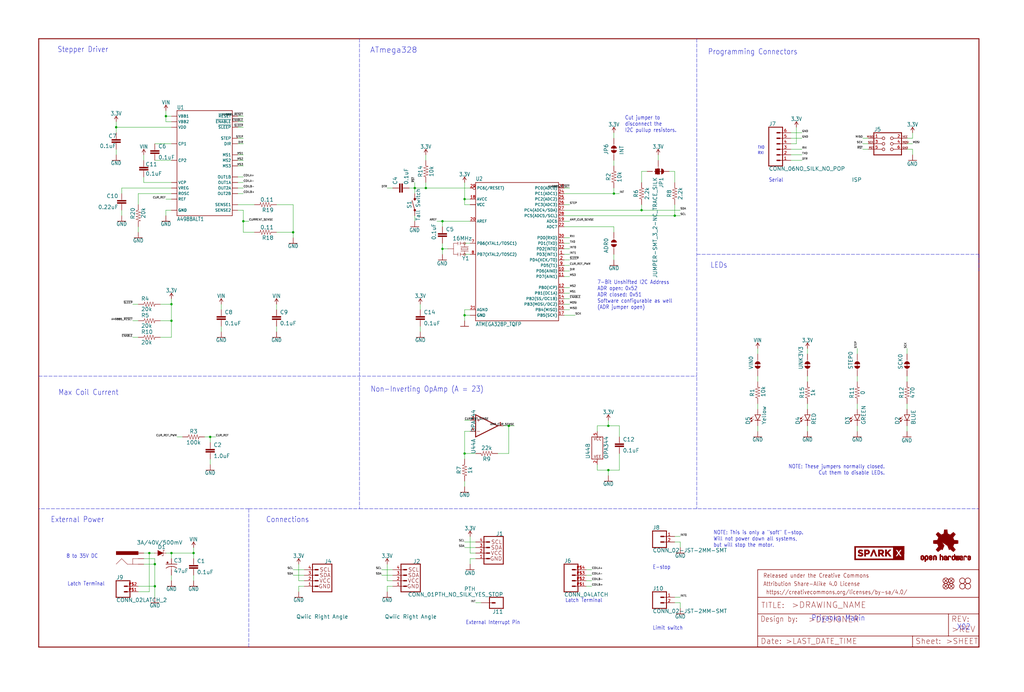
<source format=kicad_sch>
(kicad_sch (version 20211123) (generator eeschema)
  (paper "User" 470.306 317.906)
  (lib_symbols
    (symbol "eagleSchem-eagle-import:0.11OHM-2010-1{slash}2W-1%"
      (property "Reference" "R" (at 0 1.524 0))
      (property "Value" "0.11OHM-2010-1{slash}2W-1%" (at 0 -1.524 0))
      (symbol "0.11OHM-2010-1{slash}2W-1%_1_0"
        (pin passive line (at -5.08 0 0) (length 2.54) (name "1") (number "1"))
        (pin passive line (at 5.08 0 180) (length 2.54) (name "2") (number "2"))
      )
    )
    (symbol "eagleSchem-eagle-import:0.1UF-0603-100V-10%"
      (property "Reference" "C" (at 1.524 2.921 0))
      (property "Value" "0.1UF-0603-100V-10%" (at 1.524 -2.159 0))
      (symbol "0.1UF-0603-100V-10%_1_0"
        (pin passive line (at 0 5.08 270) (length 2.54) (name "1") (number "1"))
        (pin passive line (at 0 -2.54 90) (length 2.54) (name "2") (number "2"))
      )
    )
    (symbol "eagleSchem-eagle-import:0.1UF-0603-25V-(+80{slash}-20%)"
      (property "Reference" "C" (at 1.524 2.921 0))
      (property "Value" "0.1UF-0603-25V-(+80{slash}-20%)" (at 1.524 -2.159 0))
      (symbol "0.1UF-0603-25V-(+80{slash}-20%)_1_0"
        (pin passive line (at 0 5.08 270) (length 2.54) (name "1") (number "1"))
        (pin passive line (at 0 -2.54 90) (length 2.54) (name "2") (number "2"))
      )
    )
    (symbol "eagleSchem-eagle-import:0.22UF-0603-50V-(-20{slash}+80%)"
      (property "Reference" "C" (at 1.524 2.921 0))
      (property "Value" "0.22UF-0603-50V-(-20{slash}+80%)" (at 1.524 -2.159 0))
      (symbol "0.22UF-0603-50V-(-20{slash}+80%)_1_0"
        (pin passive line (at 0 5.08 270) (length 2.54) (name "1") (number "1"))
        (pin passive line (at 0 -2.54 90) (length 2.54) (name "2") (number "2"))
      )
    )
    (symbol "eagleSchem-eagle-import:0OHM-0603-1{slash}10W"
      (property "Reference" "R" (at 0 1.524 0))
      (property "Value" "0OHM-0603-1{slash}10W" (at 0 -1.524 0))
      (symbol "0OHM-0603-1{slash}10W_1_0"
        (pin passive line (at -5.08 0 0) (length 2.54) (name "1") (number "1"))
        (pin passive line (at 5.08 0 180) (length 2.54) (name "2") (number "2"))
      )
    )
    (symbol "eagleSchem-eagle-import:1.0UF-0603-16V-10%-X7R"
      (property "Reference" "C" (at 1.524 2.921 0))
      (property "Value" "1.0UF-0603-16V-10%-X7R" (at 1.524 -2.159 0))
      (symbol "1.0UF-0603-16V-10%-X7R_1_0"
        (pin passive line (at 0 5.08 270) (length 2.54) (name "1") (number "1"))
        (pin passive line (at 0 -2.54 90) (length 2.54) (name "2") (number "2"))
      )
    )
    (symbol "eagleSchem-eagle-import:100KOHM-0603-1{slash}10W-1%"
      (property "Reference" "R" (at 0 1.524 0))
      (property "Value" "100KOHM-0603-1{slash}10W-1%" (at 0 -1.524 0))
      (symbol "100KOHM-0603-1{slash}10W-1%_1_0"
        (pin passive line (at -5.08 0 0) (length 2.54) (name "1") (number "1"))
        (pin passive line (at 5.08 0 180) (length 2.54) (name "2") (number "2"))
      )
    )
    (symbol "eagleSchem-eagle-import:10KOHM-0603-1{slash}10W-1%"
      (property "Reference" "R" (at 0 1.524 0))
      (property "Value" "10KOHM-0603-1{slash}10W-1%" (at 0 -1.524 0))
      (symbol "10KOHM-0603-1{slash}10W-1%_1_0"
        (pin passive line (at -5.08 0 0) (length 2.54) (name "1") (number "1"))
        (pin passive line (at 5.08 0 180) (length 2.54) (name "2") (number "2"))
      )
    )
    (symbol "eagleSchem-eagle-import:1KOHM-0603-1{slash}10W-1%"
      (property "Reference" "R" (at 0 1.524 0))
      (property "Value" "1KOHM-0603-1{slash}10W-1%" (at 0 -1.524 0))
      (symbol "1KOHM-0603-1{slash}10W-1%_1_0"
        (pin passive line (at -5.08 0 0) (length 2.54) (name "1") (number "1"))
        (pin passive line (at 5.08 0 180) (length 2.54) (name "2") (number "2"))
      )
    )
    (symbol "eagleSchem-eagle-import:2.2KOHM-0603-1{slash}10W-1%"
      (property "Reference" "R" (at 0 1.524 0))
      (property "Value" "2.2KOHM-0603-1{slash}10W-1%" (at 0 -1.524 0))
      (symbol "2.2KOHM-0603-1{slash}10W-1%_1_0"
        (pin passive line (at -5.08 0 0) (length 2.54) (name "1") (number "1"))
        (pin passive line (at 5.08 0 180) (length 2.54) (name "2") (number "2"))
      )
    )
    (symbol "eagleSchem-eagle-import:20KOHM-0603-1{slash}10W-1%"
      (property "Reference" "R" (at 0 1.524 0))
      (property "Value" "20KOHM-0603-1{slash}10W-1%" (at 0 -1.524 0))
      (symbol "20KOHM-0603-1{slash}10W-1%_1_0"
        (pin passive line (at -5.08 0 0) (length 2.54) (name "1") (number "1"))
        (pin passive line (at 5.08 0 180) (length 2.54) (name "2") (number "2"))
      )
    )
    (symbol "eagleSchem-eagle-import:22KOHM-0603-1{slash}10W-1%"
      (property "Reference" "R" (at 0 1.524 0))
      (property "Value" "22KOHM-0603-1{slash}10W-1%" (at 0 -1.524 0))
      (symbol "22KOHM-0603-1{slash}10W-1%_1_0"
        (pin passive line (at -5.08 0 0) (length 2.54) (name "1") (number "1"))
        (pin passive line (at 5.08 0 180) (length 2.54) (name "2") (number "2"))
      )
    )
    (symbol "eagleSchem-eagle-import:3.3V" (power)
      (property "Value" "3.3V" (at 0 2.794 0))
      (symbol "3.3V_1_0"
        (pin power_in line (at 0 0 90) (length 2.54) (name "3.3V") (number "1"))
      )
    )
    (symbol "eagleSchem-eagle-import:470OHM-0603-1{slash}10W-1%"
      (property "Reference" "R" (at 0 1.524 0))
      (property "Value" "470OHM-0603-1{slash}10W-1%" (at 0 -1.524 0))
      (symbol "470OHM-0603-1{slash}10W-1%_1_0"
        (pin passive line (at -5.08 0 0) (length 2.54) (name "1") (number "1"))
        (pin passive line (at 5.08 0 180) (length 2.54) (name "2") (number "2"))
      )
    )
    (symbol "eagleSchem-eagle-import:47UF-POLAR-PANASONIC_D-35V-20%"
      (property "Reference" "C" (at 1.016 0.635 0))
      (property "Value" "47UF-POLAR-PANASONIC_D-35V-20%" (at 1.016 -4.191 0))
      (symbol "47UF-POLAR-PANASONIC_D-35V-20%_1_0"
        (pin passive line (at 0 2.54 270) (length 2.54) (name "+") (number "+"))
        (pin passive line (at 0 -5.08 90) (length 2.54) (name "-") (number "-"))
      )
    )
    (symbol "eagleSchem-eagle-import:A4988ALT1"
      (property "Reference" "U" (at -12.7 25.908 0))
      (property "Value" "A4988ALT1" (at -12.7 -25.4 0))
      (symbol "A4988ALT1_1_0"
        (pin bidirectional line (at 15.24 -12.7 180) (length 2.54) (name "OUT2B") (number "1"))
        (pin input line (at 15.24 2.54 180) (length 2.54) (name "MS2") (number "10"))
        (pin input line (at 15.24 0 180) (length 2.54) (name "MS3") (number "11"))
        (pin input line (at 15.24 22.86 180) (length 2.54) (name "~{RESET}") (number "12"))
        (pin bidirectional line (at -15.24 -12.7 0) (length 2.54) (name "ROSC") (number "13"))
        (pin input line (at 15.24 17.78 180) (length 2.54) (name "~{SLEEP}") (number "14"))
        (pin power_in line (at -15.24 17.78 0) (length 2.54) (name "VDD") (number "15"))
        (pin input line (at 15.24 12.7 180) (length 2.54) (name "STEP") (number "16"))
        (pin bidirectional line (at -15.24 -15.24 0) (length 2.54) (name "REF") (number "17"))
        (pin power_in line (at -15.24 -20.32 0) (length 2.54) (name "GND") (number "18"))
        (pin input line (at 15.24 10.16 180) (length 2.54) (name "DIR") (number "19"))
        (pin input line (at 15.24 20.32 180) (length 2.54) (name "~{ENABLE}") (number "2"))
        (pin bidirectional line (at 15.24 -5.08 180) (length 2.54) (name "OUT1B") (number "21"))
        (pin bidirectional line (at -15.24 22.86 0) (length 2.54) (name "VBB1") (number "22"))
        (pin bidirectional line (at 15.24 -17.78 180) (length 2.54) (name "SENSE1") (number "23"))
        (pin bidirectional line (at 15.24 -7.62 180) (length 2.54) (name "OUT1A") (number "24"))
        (pin bidirectional line (at 15.24 -10.16 180) (length 2.54) (name "OUT2A") (number "26"))
        (pin bidirectional line (at 15.24 -20.32 180) (length 2.54) (name "SENSE2") (number "27"))
        (pin bidirectional line (at -15.24 20.32 0) (length 2.54) (name "VBB2") (number "28"))
        (pin power_in line (at -15.24 -20.32 0) (length 2.54) (name "GND") (number "29"))
        (pin power_in line (at -15.24 -20.32 0) (length 2.54) (name "GND") (number "3"))
        (pin bidirectional line (at -15.24 10.16 0) (length 2.54) (name "CP1") (number "4"))
        (pin bidirectional line (at -15.24 2.54 0) (length 2.54) (name "CP2") (number "5"))
        (pin bidirectional line (at -15.24 -7.62 0) (length 2.54) (name "VCP") (number "6"))
        (pin bidirectional line (at -15.24 -10.16 0) (length 2.54) (name "VREG") (number "8"))
        (pin input line (at 15.24 5.08 180) (length 2.54) (name "MS1") (number "9"))
      )
    )
    (symbol "eagleSchem-eagle-import:ATMEGA328P_TQFP"
      (property "Reference" "U" (at -20.32 33.782 0))
      (property "Value" "ATMEGA328P_TQFP" (at -20.32 -33.02 0))
      (symbol "ATMEGA328P_TQFP_1_0"
        (pin bidirectional line (at 20.32 0 180) (length 2.54) (name "PD3(INT1)") (number "1"))
        (pin bidirectional line (at 20.32 -7.62 180) (length 2.54) (name "PD6(AIN0)") (number "10"))
        (pin bidirectional line (at 20.32 -10.16 180) (length 2.54) (name "PD7(AIN1)") (number "11"))
        (pin bidirectional line (at 20.32 -15.24 180) (length 2.54) (name "PB0(ICP)") (number "12"))
        (pin bidirectional line (at 20.32 -17.78 180) (length 2.54) (name "PB1(OC1A)") (number "13"))
        (pin bidirectional line (at 20.32 -20.32 180) (length 2.54) (name "PB2(SS/OC1B)") (number "14"))
        (pin bidirectional line (at 20.32 -22.86 180) (length 2.54) (name "PB3(MOSI/OC2)") (number "15"))
        (pin bidirectional line (at 20.32 -25.4 180) (length 2.54) (name "PB4(MISO)") (number "16"))
        (pin bidirectional line (at 20.32 -27.94 180) (length 2.54) (name "PB5(SCK)") (number "17"))
        (pin bidirectional line (at -22.86 25.4 0) (length 2.54) (name "AVCC") (number "18"))
        (pin bidirectional line (at 20.32 15.24 180) (length 2.54) (name "ADC6") (number "19"))
        (pin bidirectional line (at 20.32 -2.54 180) (length 2.54) (name "PD4(XCK/T0)") (number "2"))
        (pin bidirectional line (at -22.86 15.24 0) (length 2.54) (name "AREF") (number "20"))
        (pin bidirectional line (at -22.86 -25.4 0) (length 2.54) (name "AGND") (number "21"))
        (pin bidirectional line (at 20.32 12.7 180) (length 2.54) (name "ADC7") (number "22"))
        (pin bidirectional line (at 20.32 30.48 180) (length 2.54) (name "PC0(ADC0)") (number "23"))
        (pin bidirectional line (at 20.32 27.94 180) (length 2.54) (name "PC1(ADC1)") (number "24"))
        (pin bidirectional line (at 20.32 25.4 180) (length 2.54) (name "PC2(ADC2)") (number "25"))
        (pin bidirectional line (at 20.32 22.86 180) (length 2.54) (name "PC3(ADC3)") (number "26"))
        (pin bidirectional line (at 20.32 20.32 180) (length 2.54) (name "PC4(ADC4/SDA)") (number "27"))
        (pin bidirectional line (at 20.32 17.78 180) (length 2.54) (name "PC5(ADC5/SCL)") (number "28"))
        (pin bidirectional inverted (at -22.86 30.48 0) (length 2.54) (name "PC6(/RESET)") (number "29"))
        (pin bidirectional line (at -22.86 -27.94 0) (length 2.54) (name "GND") (number "3"))
        (pin bidirectional line (at 20.32 7.62 180) (length 2.54) (name "PD0(RXD)") (number "30"))
        (pin bidirectional line (at 20.32 5.08 180) (length 2.54) (name "PD1(TXD)") (number "31"))
        (pin bidirectional line (at 20.32 2.54 180) (length 2.54) (name "PD2(INT0)") (number "32"))
        (pin bidirectional line (at -22.86 22.86 0) (length 2.54) (name "VCC") (number "4"))
        (pin bidirectional line (at -22.86 -27.94 0) (length 2.54) (name "GND") (number "5"))
        (pin bidirectional line (at -22.86 22.86 0) (length 2.54) (name "VCC") (number "6"))
        (pin bidirectional line (at -22.86 5.08 0) (length 2.54) (name "PB6(XTAL1/TOSC1)") (number "7"))
        (pin bidirectional line (at -22.86 0 0) (length 2.54) (name "PB7(XTAL2/TOSC2)") (number "8"))
        (pin bidirectional line (at 20.32 -5.08 180) (length 2.54) (name "PD5(T1)") (number "9"))
      )
    )
    (symbol "eagleSchem-eagle-import:AVR_SPI_PROG_3X2TESTPOINTS"
      (property "Reference" "J" (at -5.08 5.588 0))
      (property "Value" "AVR_SPI_PROG_3X2TESTPOINTS" (at -5.08 -7.366 0))
      (symbol "AVR_SPI_PROG_3X2TESTPOINTS_1_0"
        (text "GND" (at 8.001 -2.286 0) (effects (font (size 0.8128 0.8128)) (justify left bottom)))
        (text "MISO" (at -5.207 2.794 0) (effects (font (size 0.8128 0.8128)) (justify right bottom)))
        (text "MOSI" (at 8.001 0.254 0) (effects (font (size 0.8128 0.8128)) (justify left bottom)))
        (text "RST" (at -5.08 -2.286 0) (effects (font (size 0.8128 0.8128)) (justify right bottom)))
        (text "SCK" (at -5.207 0.254 0) (effects (font (size 0.8128 0.8128)) (justify right bottom)))
        (text "VCC" (at 8.001 2.794 0) (effects (font (size 0.8128 0.8128)) (justify left bottom)))
        (pin passive inverted (at -7.62 2.54 0) (length 7.62) (name "1") (number "1"))
        (pin passive inverted (at 10.16 2.54 180) (length 7.62) (name "2") (number "2"))
        (pin passive inverted (at -7.62 0 0) (length 7.62) (name "3") (number "3"))
        (pin passive inverted (at 10.16 0 180) (length 7.62) (name "4") (number "4"))
        (pin passive inverted (at -7.62 -2.54 0) (length 7.62) (name "5") (number "5"))
        (pin passive inverted (at 10.16 -2.54 180) (length 7.62) (name "6") (number "6"))
      )
    )
    (symbol "eagleSchem-eagle-import:CONN_01PTH_NO_SILK_YES_STOP"
      (property "Reference" "J" (at -2.54 3.048 0))
      (property "Value" "CONN_01PTH_NO_SILK_YES_STOP" (at -2.54 -4.826 0))
      (symbol "CONN_01PTH_NO_SILK_YES_STOP_1_0"
        (pin passive line (at 7.62 0 180) (length 5.08) (name "1") (number "1"))
      )
    )
    (symbol "eagleSchem-eagle-import:CONN_02-JST-2MM-SMT"
      (property "Reference" "J" (at -2.54 5.588 0))
      (property "Value" "CONN_02-JST-2MM-SMT" (at -2.54 -4.826 0))
      (symbol "CONN_02-JST-2MM-SMT_1_0"
        (pin passive line (at 7.62 2.54 180) (length 5.08) (name "2") (number "1"))
        (pin passive line (at 7.62 0 180) (length 5.08) (name "1") (number "2"))
      )
    )
    (symbol "eagleSchem-eagle-import:CONN_02LATCH_2"
      (property "Reference" "J" (at -2.54 5.588 0))
      (property "Value" "CONN_02LATCH_2" (at -2.54 -4.826 0))
      (symbol "CONN_02LATCH_2_1_0"
        (pin passive line (at 7.62 0 180) (length 5.08) (name "1") (number "P$1"))
        (pin passive line (at 7.62 2.54 180) (length 5.08) (name "2") (number "P$2"))
      )
    )
    (symbol "eagleSchem-eagle-import:CONN_04LATCH"
      (property "Reference" "J" (at -5.08 8.128 0))
      (property "Value" "CONN_04LATCH" (at -5.08 -7.366 0))
      (symbol "CONN_04LATCH_1_0"
        (pin passive line (at 5.08 -2.54 180) (length 5.08) (name "1") (number "P$1"))
        (pin passive line (at 5.08 0 180) (length 5.08) (name "2") (number "P$2"))
        (pin passive line (at 5.08 2.54 180) (length 5.08) (name "3") (number "P$3"))
        (pin passive line (at 5.08 5.08 180) (length 5.08) (name "4") (number "P$4"))
      )
    )
    (symbol "eagleSchem-eagle-import:CONN_06NO_SILK_NO_POP"
      (property "Reference" "J" (at -5.08 10.668 0))
      (property "Value" "CONN_06NO_SILK_NO_POP" (at -5.08 -9.906 0))
      (symbol "CONN_06NO_SILK_NO_POP_1_0"
        (pin passive line (at 5.08 -5.08 180) (length 5.08) (name "1") (number "1"))
        (pin passive line (at 5.08 -2.54 180) (length 5.08) (name "2") (number "2"))
        (pin passive line (at 5.08 0 180) (length 5.08) (name "3") (number "3"))
        (pin passive line (at 5.08 2.54 180) (length 5.08) (name "4") (number "4"))
        (pin passive line (at 5.08 5.08 180) (length 5.08) (name "5") (number "5"))
        (pin passive line (at 5.08 7.62 180) (length 5.08) (name "6") (number "6"))
      )
    )
    (symbol "eagleSchem-eagle-import:DIODE-SCHOTTKY-B340A"
      (property "Reference" "D" (at -2.54 2.032 0))
      (property "Value" "DIODE-SCHOTTKY-B340A" (at -2.54 -2.032 0))
      (symbol "DIODE-SCHOTTKY-B340A_1_0"
        (pin passive line (at -2.54 0 0) (length 0) (name "A") (number "A"))
        (pin passive line (at 2.54 0 180) (length 0) (name "C") (number "C"))
      )
    )
    (symbol "eagleSchem-eagle-import:FIDUCIAL1X2")
    (symbol "eagleSchem-eagle-import:FRAME-LEDGER"
      (symbol "FRAME-LEDGER_2_0"
        (text " https://creativecommons.org/licenses/by-sa/4.0/" (at 2.54 24.13 0) (effects (font (size 1.9304 1.6408)) (justify left bottom)))
        (text ">DESIGNER" (at 23.114 11.176 0) (effects (font (size 2.7432 2.7432)) (justify left bottom)))
        (text ">DRAWING_NAME" (at 15.494 17.78 0) (effects (font (size 2.7432 2.7432)) (justify left bottom)))
        (text ">LAST_DATE_TIME" (at 12.7 1.27 0) (effects (font (size 2.54 2.54)) (justify left bottom)))
        (text ">REV" (at 88.9 6.604 0) (effects (font (size 2.7432 2.7432)) (justify left bottom)))
        (text ">SHEET" (at 86.36 1.27 0) (effects (font (size 2.54 2.54)) (justify left bottom)))
        (text "Attribution Share-Alike 4.0 License" (at 2.54 27.94 0) (effects (font (size 1.9304 1.6408)) (justify left bottom)))
        (text "Date:" (at 1.27 1.27 0) (effects (font (size 2.54 2.54)) (justify left bottom)))
        (text "Design by:" (at 1.27 11.43 0) (effects (font (size 2.54 2.159)) (justify left bottom)))
        (text "Released under the Creative Commons" (at 2.54 31.75 0) (effects (font (size 1.9304 1.6408)) (justify left bottom)))
        (text "REV:" (at 88.9 11.43 0) (effects (font (size 2.54 2.54)) (justify left bottom)))
        (text "Sheet:" (at 72.39 1.27 0) (effects (font (size 2.54 2.54)) (justify left bottom)))
        (text "TITLE:" (at 1.524 17.78 0) (effects (font (size 2.54 2.54)) (justify left bottom)))
      )
    )
    (symbol "eagleSchem-eagle-import:GND" (power)
      (property "Value" "GND" (at 0 -0.254 0))
      (symbol "GND_1_0"
        (pin power_in line (at 0 2.54 270) (length 2.54) (name "GND") (number "1"))
      )
    )
    (symbol "eagleSchem-eagle-import:I2C_STANDARDQWIIC"
      (property "Reference" "J" (at -5.08 7.874 0))
      (property "Value" "I2C_STANDARDQWIIC" (at -5.08 -5.334 0))
      (symbol "I2C_STANDARDQWIIC_1_0"
        (text "GND" (at -4.572 -2.54 0) (effects (font (size 1.778 1.778)) (justify left)))
        (text "SCL" (at -4.572 5.08 0) (effects (font (size 1.778 1.778)) (justify left)))
        (text "SDA" (at -4.572 2.54 0) (effects (font (size 1.778 1.778)) (justify left)))
        (text "VCC" (at -4.572 0 0) (effects (font (size 1.778 1.778)) (justify left)))
        (pin power_in line (at 7.62 -2.54 180) (length 5.08) (name "1") (number "1"))
        (pin power_in line (at 7.62 0 180) (length 5.08) (name "2") (number "2"))
        (pin passive line (at 7.62 2.54 180) (length 5.08) (name "3") (number "3"))
        (pin passive line (at 7.62 5.08 180) (length 5.08) (name "4") (number "4"))
      )
    )
    (symbol "eagleSchem-eagle-import:I2C_STANDARD_NO_SILK"
      (property "Reference" "J" (at -5.08 7.874 0))
      (property "Value" "I2C_STANDARD_NO_SILK" (at -5.08 -5.334 0))
      (symbol "I2C_STANDARD_NO_SILK_1_0"
        (text "GND" (at -4.572 -2.54 0) (effects (font (size 1.778 1.778)) (justify left)))
        (text "SCL" (at -4.572 5.08 0) (effects (font (size 1.778 1.778)) (justify left)))
        (text "SDA" (at -4.572 2.54 0) (effects (font (size 1.778 1.778)) (justify left)))
        (text "VCC" (at -4.572 0 0) (effects (font (size 1.778 1.778)) (justify left)))
        (pin power_in line (at 7.62 -2.54 180) (length 5.08) (name "GND") (number "1"))
        (pin power_in line (at 7.62 0 180) (length 5.08) (name "VCC") (number "2"))
        (pin passive line (at 7.62 2.54 180) (length 5.08) (name "SDA") (number "3"))
        (pin passive line (at 7.62 5.08 180) (length 5.08) (name "SCL") (number "4"))
      )
    )
    (symbol "eagleSchem-eagle-import:JUMPER-SMT_2_NC_TRACE_SILK"
      (property "Reference" "JP" (at -2.54 2.54 0))
      (property "Value" "JUMPER-SMT_2_NC_TRACE_SILK" (at -2.54 -2.54 0))
      (symbol "JUMPER-SMT_2_NC_TRACE_SILK_1_0"
        (pin passive line (at -5.08 0 0) (length 2.54) (name "1") (number "1"))
        (pin passive line (at 5.08 0 180) (length 2.54) (name "2") (number "2"))
      )
    )
    (symbol "eagleSchem-eagle-import:JUMPER-SMT_2_NO_SILK"
      (property "Reference" "JP" (at -2.54 2.54 0))
      (property "Value" "JUMPER-SMT_2_NO_SILK" (at -2.54 -2.54 0))
      (symbol "JUMPER-SMT_2_NO_SILK_1_0"
        (pin passive line (at -5.08 0 0) (length 2.54) (name "1") (number "1"))
        (pin passive line (at 5.08 0 180) (length 2.54) (name "2") (number "2"))
      )
    )
    (symbol "eagleSchem-eagle-import:JUMPER-SMT_3_2-NC_TRACE_SILK"
      (property "Reference" "JP" (at 2.54 0.381 0))
      (property "Value" "JUMPER-SMT_3_2-NC_TRACE_SILK" (at 2.54 -0.381 0))
      (symbol "JUMPER-SMT_3_2-NC_TRACE_SILK_1_0"
        (pin passive line (at 0 5.08 270) (length 2.54) (name "1") (number "1"))
        (pin passive line (at -5.08 0 0) (length 2.54) (name "2") (number "2"))
        (pin passive line (at 0 -5.08 90) (length 2.54) (name "3") (number "3"))
      )
    )
    (symbol "eagleSchem-eagle-import:LED-BLUE0603"
      (property "Reference" "D" (at -3.429 -4.572 90))
      (property "Value" "LED-BLUE0603" (at 1.905 -4.572 90))
      (symbol "LED-BLUE0603_1_0"
        (pin passive line (at 0 2.54 270) (length 2.54) (name "A") (number "A"))
        (pin passive line (at 0 -5.08 90) (length 2.54) (name "C") (number "C"))
      )
    )
    (symbol "eagleSchem-eagle-import:LED-GREEN0603"
      (property "Reference" "D" (at -3.429 -4.572 90))
      (property "Value" "LED-GREEN0603" (at 1.905 -4.572 90))
      (symbol "LED-GREEN0603_1_0"
        (pin passive line (at 0 2.54 270) (length 2.54) (name "A") (number "A"))
        (pin passive line (at 0 -5.08 90) (length 2.54) (name "C") (number "C"))
      )
    )
    (symbol "eagleSchem-eagle-import:LED-RED0603"
      (property "Reference" "D" (at -3.429 -4.572 90))
      (property "Value" "LED-RED0603" (at 1.905 -4.572 90))
      (symbol "LED-RED0603_1_0"
        (pin passive line (at 0 2.54 270) (length 2.54) (name "A") (number "A"))
        (pin passive line (at 0 -5.08 90) (length 2.54) (name "C") (number "C"))
      )
    )
    (symbol "eagleSchem-eagle-import:LED-YELLOW0603"
      (property "Reference" "D" (at -3.429 -4.572 90))
      (property "Value" "LED-YELLOW0603" (at 1.905 -4.572 90))
      (symbol "LED-YELLOW0603_1_0"
        (pin passive line (at 0 2.54 270) (length 2.54) (name "A") (number "A"))
        (pin passive line (at 0 -5.08 90) (length 2.54) (name "C") (number "C"))
      )
    )
    (symbol "eagleSchem-eagle-import:MOMENTARY-SWITCH-SPST-SMD-5.2-TALL-REDUNDANT"
      (property "Reference" "S" (at 0 1.524 0))
      (property "Value" "MOMENTARY-SWITCH-SPST-SMD-5.2-TALL-REDUNDANT" (at 0 -0.508 0))
      (symbol "MOMENTARY-SWITCH-SPST-SMD-5.2-TALL-REDUNDANT_1_0"
        (pin passive line (at -5.08 0 0) (length 2.54) (name "1") (number "1"))
        (pin passive line (at -5.08 0 0) (length 2.54) (name "1") (number "2"))
        (pin passive line (at 5.08 0 180) (length 2.54) (name "2") (number "3"))
        (pin passive line (at 5.08 0 180) (length 2.54) (name "2") (number "4"))
      )
    )
    (symbol "eagleSchem-eagle-import:OPA344"
      (property "Value" "OPA344" (at 5.08 -5.08 90))
      (symbol "OPA344_1_0"
        (pin output line (at 7.62 0 180) (length 2.54) (name "OUT") (number "1"))
        (pin input line (at -7.62 -2.54 0) (length 2.54) (name "+IN") (number "3"))
        (pin input line (at -7.62 2.54 0) (length 2.54) (name "-IN") (number "4"))
      )
      (symbol "OPA344_2_0"
        (text "VCC" (at 0.127 3.429 0) (effects (font (size 1.27 1.27)) (justify bottom)))
        (text "VEE" (at 0.127 -4.699 0) (effects (font (size 1.27 1.27)) (justify bottom)))
        (pin bidirectional line (at 0 -7.62 90) (length 2.54) (name "P$V-") (number "2"))
        (pin bidirectional line (at 0 7.62 270) (length 2.54) (name "P$V+") (number "5"))
      )
    )
    (symbol "eagleSchem-eagle-import:OSHW-LOGOMINI")
    (symbol "eagleSchem-eagle-import:POWER_JACKSMD"
      (property "Reference" "J" (at -10.16 0 0))
      (property "Value" "POWER_JACKSMD" (at -10.16 10.16 0))
      (symbol "POWER_JACKSMD_1_0"
        (pin bidirectional line (at 2.54 5.08 180) (length 2.54) (name "GNDBREAK") (number "GND"))
        (pin bidirectional line (at 2.54 2.54 180) (length 2.54) (name "GND") (number "P$4"))
        (pin bidirectional line (at 2.54 7.62 180) (length 2.54) (name "PWR") (number "VIN0"))
      )
    )
    (symbol "eagleSchem-eagle-import:RESONATOR-16MHZSMD_3.2X1.3"
      (property "Reference" "Y" (at -3.302 -2.54 0))
      (property "Value" "RESONATOR-16MHZSMD_3.2X1.3" (at 0 2.032 0))
      (symbol "RESONATOR-16MHZSMD_3.2X1.3_1_0"
        (pin passive line (at -2.54 0 0) (length 0) (name "1") (number "1"))
        (pin passive line (at 0 -7.62 90) (length 0) (name "2") (number "2"))
        (pin passive line (at 2.54 0 180) (length 0) (name "3") (number "3"))
      )
    )
    (symbol "eagleSchem-eagle-import:SPARKX-LOGO4")
    (symbol "eagleSchem-eagle-import:STAND-OFF")
    (symbol "eagleSchem-eagle-import:VIN" (power)
      (property "Value" "VIN" (at 0 2.794 0))
      (symbol "VIN_1_0"
        (pin power_in line (at 0 0 90) (length 2.54) (name "VIN") (number "1"))
      )
    )
  )
  (junction (at 68.58 254))
  (junction (at 78.74 147.32))
  (junction (at 78.74 139.7))
  (junction (at 134.62 106.68))
  (junction (at 309.88 99.06))
  (junction (at 71.12 269.24))
  (junction (at 203.2 114.3))
  (junction (at 213.36 144.78))
  (junction (at 195.58 86.36))
  (junction (at 294.64 96.52))
  (junction (at 281.94 88.9))
  (junction (at 233.68 195.58))
  (junction (at 213.36 91.44))
  (junction (at 279.4 195.58))
  (junction (at 53.34 58.42))
  (junction (at 111.76 101.6))
  (junction (at 190.5 86.36))
  (junction (at 78.74 254))
  (junction (at 203.2 101.6))
  (junction (at 279.4 215.9))
  (junction (at 71.12 259.08))
  (junction (at 213.36 208.28))
  (junction (at 88.9 254))
  (junction (at 76.2 53.34))
  (junction (at 96.52 200.66))
  (wire (pts (xy 347.98 172.72) (xy 347.98 175.26)))
  (wire (pts (xy 309.88 99.06) (xy 312.42 99.06)))
  (wire (pts (xy 259.08 104.14) (xy 281.94 104.14)))
  (wire (pts (xy 274.32 213.36) (xy 274.32 215.9)))
  (wire (pts (xy 63.5 147.32) (xy 60.96 147.32)))
  (wire (pts (xy 180.34 86.36) (xy 177.8 86.36)))
  (wire (pts (xy 259.08 101.6) (xy 261.62 101.6)))
  (wire (pts (xy 259.08 124.46) (xy 261.62 124.46)))
  (wire (pts (xy 63.5 104.14) (xy 63.5 106.68)))
  (wire (pts (xy 347.98 187.96) (xy 347.98 185.42)))
  (wire (pts (xy 78.74 91.44) (xy 76.2 91.44)))
  (wire (pts (xy 274.32 195.58) (xy 279.4 195.58)))
  (wire (pts (xy 363.22 68.58) (xy 368.3 68.58)))
  (wire (pts (xy 127 93.98) (xy 134.62 93.98)))
  (wire (pts (xy 213.36 93.98) (xy 213.36 91.44)))
  (wire (pts (xy 213.36 208.28) (xy 213.36 210.82)))
  (wire (pts (xy 111.76 96.52) (xy 111.76 101.6)))
  (wire (pts (xy 127 152.4) (xy 127 149.86)))
  (wire (pts (xy 111.76 88.9) (xy 109.22 88.9)))
  (wire (pts (xy 259.08 127) (xy 261.62 127)))
  (wire (pts (xy 109.22 53.34) (xy 111.76 53.34)))
  (wire (pts (xy 180.34 264.16) (xy 175.26 264.16)))
  (wire (pts (xy 78.74 264.16) (xy 78.74 266.7)))
  (wire (pts (xy 259.08 142.24) (xy 261.62 142.24)))
  (wire (pts (xy 109.22 63.5) (xy 111.76 63.5)))
  (wire (pts (xy 101.6 149.86) (xy 101.6 152.4)))
  (wire (pts (xy 53.34 68.58) (xy 53.34 71.12)))
  (wire (pts (xy 269.24 266.7) (xy 271.78 266.7)))
  (wire (pts (xy 279.4 218.44) (xy 279.4 215.9)))
  (wire (pts (xy 279.4 195.58) (xy 279.4 193.04)))
  (wire (pts (xy 215.9 86.36) (xy 195.58 86.36)))
  (wire (pts (xy 71.12 259.08) (xy 71.12 256.54)))
  (wire (pts (xy 76.2 50.8) (xy 76.2 53.34)))
  (wire (pts (xy 78.74 256.54) (xy 78.74 254)))
  (wire (pts (xy 78.74 55.88) (xy 76.2 55.88)))
  (wire (pts (xy 78.74 254) (xy 88.9 254)))
  (wire (pts (xy 279.4 195.58) (xy 284.48 195.58)))
  (wire (pts (xy 419.1 63.5) (xy 419.1 60.96)))
  (wire (pts (xy 63.5 271.78) (xy 68.58 271.78)))
  (wire (pts (xy 111.76 101.6) (xy 114.3 101.6)))
  (polyline (pts (xy 17.78 172.72) (xy 320.04 172.72)))
  (wire (pts (xy 363.22 63.5) (xy 368.3 63.5)))
  (wire (pts (xy 190.5 88.9) (xy 190.5 86.36)))
  (wire (pts (xy 203.2 101.6) (xy 203.2 104.14)))
  (wire (pts (xy 233.68 195.58) (xy 231.14 195.58)))
  (wire (pts (xy 398.78 68.58) (xy 396.24 68.58)))
  (wire (pts (xy 111.76 101.6) (xy 111.76 106.68)))
  (wire (pts (xy 279.4 215.9) (xy 284.48 215.9)))
  (wire (pts (xy 398.78 63.5) (xy 396.24 63.5)))
  (wire (pts (xy 137.16 266.7) (xy 137.16 259.08)))
  (wire (pts (xy 109.22 55.88) (xy 111.76 55.88)))
  (wire (pts (xy 111.76 106.68) (xy 116.84 106.68)))
  (wire (pts (xy 63.5 139.7) (xy 60.96 139.7)))
  (wire (pts (xy 218.44 208.28) (xy 213.36 208.28)))
  (wire (pts (xy 281.94 104.14) (xy 281.94 106.68)))
  (wire (pts (xy 187.96 86.36) (xy 190.5 86.36)))
  (wire (pts (xy 419.1 68.58) (xy 419.1 71.12)))
  (wire (pts (xy 228.6 208.28) (xy 233.68 208.28)))
  (wire (pts (xy 109.22 76.2) (xy 111.76 76.2)))
  (wire (pts (xy 215.9 93.98) (xy 213.36 93.98)))
  (wire (pts (xy 215.9 101.6) (xy 203.2 101.6)))
  (wire (pts (xy 363.22 71.12) (xy 368.3 71.12)))
  (wire (pts (xy 281.94 86.36) (xy 281.94 88.9)))
  (wire (pts (xy 109.22 66.04) (xy 111.76 66.04)))
  (wire (pts (xy 259.08 111.76) (xy 261.62 111.76)))
  (wire (pts (xy 134.62 93.98) (xy 134.62 106.68)))
  (wire (pts (xy 193.04 149.86) (xy 193.04 152.4)))
  (wire (pts (xy 190.5 83.82) (xy 190.5 86.36)))
  (wire (pts (xy 195.58 86.36) (xy 190.5 86.36)))
  (wire (pts (xy 363.22 66.04) (xy 365.76 66.04)))
  (wire (pts (xy 63.5 88.9) (xy 63.5 93.98)))
  (wire (pts (xy 274.32 198.12) (xy 274.32 195.58)))
  (wire (pts (xy 213.36 198.12) (xy 213.36 208.28)))
  (wire (pts (xy 63.5 154.94) (xy 60.96 154.94)))
  (wire (pts (xy 71.12 256.54) (xy 66.04 256.54)))
  (wire (pts (xy 96.52 200.66) (xy 96.52 203.2)))
  (wire (pts (xy 416.56 66.04) (xy 419.1 66.04)))
  (wire (pts (xy 294.64 78.74) (xy 297.18 78.74)))
  (wire (pts (xy 78.74 154.94) (xy 78.74 147.32)))
  (wire (pts (xy 88.9 256.54) (xy 88.9 254)))
  (wire (pts (xy 218.44 256.54) (xy 215.9 256.54)))
  (wire (pts (xy 68.58 271.78) (xy 68.58 254)))
  (wire (pts (xy 109.22 58.42) (xy 111.76 58.42)))
  (wire (pts (xy 363.22 73.66) (xy 368.3 73.66)))
  (wire (pts (xy 195.58 71.12) (xy 195.58 73.66)))
  (polyline (pts (xy 320.04 17.78) (xy 320.04 233.68)))
  (wire (pts (xy 213.36 144.78) (xy 213.36 147.32)))
  (wire (pts (xy 215.9 193.04) (xy 213.36 193.04)))
  (wire (pts (xy 66.04 71.12) (xy 66.04 73.66)))
  (wire (pts (xy 190.5 99.06) (xy 190.5 101.6)))
  (wire (pts (xy 370.84 187.96) (xy 370.84 185.42)))
  (wire (pts (xy 281.94 63.5) (xy 281.94 60.96)))
  (wire (pts (xy 259.08 119.38) (xy 261.62 119.38)))
  (wire (pts (xy 195.58 86.36) (xy 195.58 83.82)))
  (wire (pts (xy 393.7 172.72) (xy 393.7 175.26)))
  (wire (pts (xy 53.34 58.42) (xy 78.74 58.42)))
  (wire (pts (xy 71.12 269.24) (xy 71.12 259.08)))
  (wire (pts (xy 416.56 195.58) (xy 416.56 198.12)))
  (wire (pts (xy 71.12 274.32) (xy 71.12 269.24)))
  (wire (pts (xy 215.9 91.44) (xy 213.36 91.44)))
  (wire (pts (xy 53.34 60.96) (xy 53.34 58.42)))
  (wire (pts (xy 68.58 254) (xy 66.04 254)))
  (wire (pts (xy 259.08 114.3) (xy 261.62 114.3)))
  (polyline (pts (xy 165.1 233.68) (xy 449.58 233.68)))
  (wire (pts (xy 269.24 264.16) (xy 271.78 264.16)))
  (wire (pts (xy 109.22 73.66) (xy 111.76 73.66)))
  (wire (pts (xy 88.9 254) (xy 88.9 251.46)))
  (wire (pts (xy 78.74 53.34) (xy 76.2 53.34)))
  (wire (pts (xy 134.62 106.68) (xy 134.62 109.22)))
  (wire (pts (xy 294.64 78.74) (xy 294.64 83.82)))
  (wire (pts (xy 218.44 254) (xy 215.9 254)))
  (wire (pts (xy 259.08 99.06) (xy 309.88 99.06)))
  (wire (pts (xy 73.66 139.7) (xy 78.74 139.7)))
  (wire (pts (xy 76.2 254) (xy 78.74 254)))
  (wire (pts (xy 78.74 96.52) (xy 76.2 96.52)))
  (wire (pts (xy 365.76 66.04) (xy 365.76 58.42)))
  (wire (pts (xy 78.74 83.82) (xy 66.04 83.82)))
  (wire (pts (xy 127 139.7) (xy 127 142.24)))
  (wire (pts (xy 137.16 269.24) (xy 137.16 271.78)))
  (wire (pts (xy 205.74 114.3) (xy 203.2 114.3)))
  (wire (pts (xy 259.08 93.98) (xy 261.62 93.98)))
  (wire (pts (xy 259.08 116.84) (xy 261.62 116.84)))
  (wire (pts (xy 312.42 276.86) (xy 312.42 279.4)))
  (wire (pts (xy 370.84 160.02) (xy 370.84 162.56)))
  (wire (pts (xy 370.84 172.72) (xy 370.84 175.26)))
  (wire (pts (xy 309.88 78.74) (xy 309.88 83.82)))
  (wire (pts (xy 259.08 88.9) (xy 281.94 88.9)))
  (wire (pts (xy 218.44 248.92) (xy 213.36 248.92)))
  (wire (pts (xy 73.66 154.94) (xy 78.74 154.94)))
  (wire (pts (xy 111.76 86.36) (xy 109.22 86.36)))
  (wire (pts (xy 215.9 254) (xy 215.9 246.38)))
  (wire (pts (xy 215.9 116.84) (xy 213.36 116.84)))
  (wire (pts (xy 309.88 274.32) (xy 312.42 274.32)))
  (wire (pts (xy 416.56 68.58) (xy 419.1 68.58)))
  (wire (pts (xy 193.04 142.24) (xy 193.04 139.7)))
  (polyline (pts (xy 449.58 116.84) (xy 449.58 124.46)))
  (wire (pts (xy 109.22 81.28) (xy 111.76 81.28)))
  (wire (pts (xy 73.66 147.32) (xy 78.74 147.32)))
  (wire (pts (xy 88.9 266.7) (xy 88.9 264.16)))
  (wire (pts (xy 55.88 86.36) (xy 55.88 88.9)))
  (polyline (pts (xy 114.3 233.68) (xy 165.1 233.68)))
  (wire (pts (xy 398.78 66.04) (xy 396.24 66.04)))
  (wire (pts (xy 66.04 83.82) (xy 66.04 81.28)))
  (wire (pts (xy 259.08 134.62) (xy 261.62 134.62)))
  (wire (pts (xy 416.56 63.5) (xy 419.1 63.5)))
  (wire (pts (xy 302.26 71.12) (xy 302.26 73.66)))
  (wire (pts (xy 309.88 276.86) (xy 312.42 276.86)))
  (wire (pts (xy 66.04 259.08) (xy 71.12 259.08)))
  (wire (pts (xy 109.22 83.82) (xy 111.76 83.82)))
  (wire (pts (xy 259.08 109.22) (xy 261.62 109.22)))
  (polyline (pts (xy 320.04 116.84) (xy 449.58 116.84)))
  (wire (pts (xy 139.7 266.7) (xy 137.16 266.7)))
  (wire (pts (xy 284.48 195.58) (xy 284.48 200.66)))
  (polyline (pts (xy 114.3 233.68) (xy 17.78 233.68)))
  (wire (pts (xy 63.5 269.24) (xy 71.12 269.24)))
  (wire (pts (xy 393.7 162.56) (xy 393.7 160.02)))
  (wire (pts (xy 312.42 248.92) (xy 312.42 251.46)))
  (wire (pts (xy 274.32 215.9) (xy 279.4 215.9)))
  (wire (pts (xy 215.9 144.78) (xy 213.36 144.78)))
  (wire (pts (xy 233.68 195.58) (xy 236.22 195.58)))
  (wire (pts (xy 203.2 101.6) (xy 200.66 101.6)))
  (wire (pts (xy 55.88 96.52) (xy 55.88 99.06)))
  (wire (pts (xy 309.88 99.06) (xy 309.88 93.98)))
  (wire (pts (xy 347.98 160.02) (xy 347.98 162.56)))
  (wire (pts (xy 281.94 76.2) (xy 281.94 73.66)))
  (wire (pts (xy 281.94 116.84) (xy 281.94 119.38)))
  (wire (pts (xy 180.34 266.7) (xy 177.8 266.7)))
  (wire (pts (xy 109.22 93.98) (xy 116.84 93.98)))
  (wire (pts (xy 177.8 266.7) (xy 177.8 259.08)))
  (wire (pts (xy 215.9 111.76) (xy 213.36 111.76)))
  (wire (pts (xy 309.88 248.92) (xy 312.42 248.92)))
  (wire (pts (xy 76.2 96.52) (xy 76.2 99.06)))
  (wire (pts (xy 83.82 200.66) (xy 81.28 200.66)))
  (wire (pts (xy 416.56 162.56) (xy 416.56 160.02)))
  (wire (pts (xy 269.24 261.62) (xy 271.78 261.62)))
  (wire (pts (xy 215.9 142.24) (xy 213.36 142.24)))
  (wire (pts (xy 93.98 200.66) (xy 96.52 200.66)))
  (wire (pts (xy 76.2 55.88) (xy 76.2 53.34)))
  (wire (pts (xy 416.56 187.96) (xy 416.56 185.42)))
  (wire (pts (xy 218.44 251.46) (xy 213.36 251.46)))
  (wire (pts (xy 259.08 86.36) (xy 261.62 86.36)))
  (wire (pts (xy 233.68 208.28) (xy 233.68 195.58)))
  (wire (pts (xy 259.08 132.08) (xy 261.62 132.08)))
  (wire (pts (xy 259.08 96.52) (xy 294.64 96.52)))
  (wire (pts (xy 281.94 88.9) (xy 284.48 88.9)))
  (wire (pts (xy 53.34 55.88) (xy 53.34 58.42)))
  (wire (pts (xy 213.36 142.24) (xy 213.36 144.78)))
  (wire (pts (xy 203.2 114.3) (xy 203.2 111.76)))
  (wire (pts (xy 96.52 200.66) (xy 99.06 200.66)))
  (polyline (pts (xy 165.1 17.78) (xy 165.1 233.68)))
  (wire (pts (xy 213.36 91.44) (xy 213.36 83.82)))
  (wire (pts (xy 284.48 215.9) (xy 284.48 208.28)))
  (wire (pts (xy 269.24 269.24) (xy 271.78 269.24)))
  (wire (pts (xy 220.98 276.86) (xy 218.44 276.86)))
  (wire (pts (xy 294.64 96.52) (xy 312.42 96.52)))
  (wire (pts (xy 78.74 88.9) (xy 63.5 88.9)))
  (wire (pts (xy 78.74 73.66) (xy 71.12 73.66)))
  (wire (pts (xy 78.74 139.7) (xy 78.74 137.16)))
  (wire (pts (xy 393.7 187.96) (xy 393.7 185.42)))
  (wire (pts (xy 215.9 256.54) (xy 215.9 259.08)))
  (wire (pts (xy 370.84 198.12) (xy 370.84 195.58)))
  (wire (pts (xy 180.34 269.24) (xy 177.8 269.24)))
  (wire (pts (xy 259.08 121.92) (xy 261.62 121.92)))
  (wire (pts (xy 416.56 172.72) (xy 416.56 175.26)))
  (wire (pts (xy 177.8 269.24) (xy 177.8 271.78)))
  (wire (pts (xy 309.88 246.38) (xy 312.42 246.38)))
  (polyline (pts (xy 114.3 233.68) (xy 114.3 297.18)))
  (wire (pts (xy 71.12 254) (xy 68.58 254)))
  (wire (pts (xy 393.7 198.12) (xy 393.7 195.58)))
  (wire (pts (xy 259.08 139.7) (xy 261.62 139.7)))
  (wire (pts (xy 259.08 137.16) (xy 261.62 137.16)))
  (wire (pts (xy 127 106.68) (xy 134.62 106.68)))
  (wire (pts (xy 213.36 220.98) (xy 213.36 223.52)))
  (wire (pts (xy 139.7 269.24) (xy 137.16 269.24)))
  (wire (pts (xy 109.22 96.52) (xy 111.76 96.52)))
  (wire (pts (xy 78.74 147.32) (xy 78.74 139.7)))
  (wire (pts (xy 109.22 71.12) (xy 111.76 71.12)))
  (wire (pts (xy 259.08 144.78) (xy 264.16 144.78)))
  (wire (pts (xy 78.74 66.04) (xy 71.12 66.04)))
  (wire (pts (xy 215.9 198.12) (xy 213.36 198.12)))
  (wire (pts (xy 139.7 261.62) (xy 134.62 261.62)))
  (wire (pts (xy 203.2 116.84) (xy 203.2 114.3)))
  (wire (pts (xy 78.74 86.36) (xy 55.88 86.36)))
  (wire (pts (xy 294.64 93.98) (xy 294.64 96.52)))
  (wire (pts (xy 307.34 78.74) (xy 309.88 78.74)))
  (wire (pts (xy 96.52 210.82) (xy 96.52 213.36)))
  (wire (pts (xy 180.34 261.62) (xy 175.26 261.62)))
  (wire (pts (xy 347.98 198.12) (xy 347.98 195.58)))
  (wire (pts (xy 101.6 139.7) (xy 101.6 142.24)))
  (wire (pts (xy 363.22 60.96) (xy 368.3 60.96)))
  (wire (pts (xy 139.7 264.16) (xy 134.62 264.16)))
  (text "TXO" (at 347.98 68.58 180) (effects (font (size 1.27 1.0795)) (justify left bottom)))
  (text "X02" (at 439.42 289.56 180) (effects (font (size 2.54 2.159)) (justify left bottom)))
  (text "External Interrupt Pin" (at 213.868 287.02 180) (effects (font (size 1.778 1.5113)) (justify left bottom)))
  (text "E-stop" (at 299.72 261.62 180) (effects (font (size 1.778 1.5113)) (justify left bottom)))
  (text "Priyanka Makin" (at 372.618 285.496 180) (effects (font (size 2.54 2.159)) (justify left bottom)))
  (text "RXI" (at 347.98 71.12 180) (effects (font (size 1.27 1.0795)) (justify left bottom)))
  (text "Latch Terminal" (at 30.988 269.24 180) (effects (font (size 1.778 1.5113)) (justify left bottom)))
  (text "Programming Connectors" (at 325.12 25.4 180) (effects (font (size 2.54 2.159)) (justify left bottom)))
  (text "Limit switch" (at 299.72 289.56 180) (effects (font (size 1.778 1.5113)) (justify left bottom)))
  (text "Max Coil Current" (at 40.64 180.34 180) (effects (font (size 2.54 2.159))))
  (text "ATmega328" (at 169.926 24.638 180) (effects (font (size 2.54 2.54)) (justify left bottom)))
  (text "Latch Terminal" (at 259.588 276.86 180) (effects (font (size 1.778 1.5113)) (justify left bottom)))
  (text "8 to 35V DC" (at 30.48 256.54 180) (effects (font (size 1.778 1.5113)) (justify left bottom)))
  (text "Connections" (at 132.08 238.76 180) (effects (font (size 2.54 2.159))))
  (text "Cut jumper to\ndisconnect the\nI2C pullup resistors." (at 287.02 60.96 0) (effects (font (size 1.778 1.5113)) (justify left bottom)))
  (text "LEDs" (at 330.2 121.92 180) (effects (font (size 2.54 2.159))))
  (text "Stepper Driver" (at 38.1 22.86 180) (effects (font (size 2.54 2.159))))
  (text "NOTE: This is only a \"soft\" E-stop.\nWill not power down all systems,\nbut will stop the motor." (at 327.66 251.46 0) (effects (font (size 1.778 1.5113)) (justify left bottom)))
  (text "Non-Inverting OpAmp (A = 23)" (at 170.18 180.34 180) (effects (font (size 2.54 2.159)) (justify left bottom)))
  (text "7-Bit Unshifted I2C Address\nADR open: 0x52\nADR closed: 0x51\nSoftware configurable as well\n(ADR jumper open)" (at 274.32 142.24 0) (effects (font (size 1.778 1.5113)) (justify left bottom)))
  (text "External Power" (at 35.56 238.76 180) (effects (font (size 2.54 2.159))))
  (text "Serial" (at 353.06 83.82 180) (effects (font (size 1.778 1.5113)) (justify left bottom)))
  (text "NOTE: These jumpers normally closed.\nCut them to disable LEDs." (at 406.4 213.36 0) (effects (font (size 1.778 1.5113)) (justify right top)))
  (label "~{ENABLE}" (at 60.96 154.94 180) (effects (font (size 0.889 0.889))))
  (label "SDA" (at 213.36 251.46 180) (effects (font (size 0.889 0.889))))
  (label "~{SLEEP}" (at 60.96 139.7 180) (effects (font (size 0.889 0.889))))
  (label "SDA" (at 312.42 96.52 0) (effects (font (size 0.889 0.889))))
  (label "~{RST}" (at 396.24 68.58 180) (effects (font (size 0.889 0.889))))
  (label "AREF" (at 200.66 101.6 180) (effects (font (size 0.889 0.889))))
  (label "COILB+" (at 111.76 88.9 0) (effects (font (size 0.889 0.889))))
  (label "SCK" (at 416.56 160.02 90) (effects (font (size 0.889 0.889))))
  (label "COILB-" (at 271.78 266.7 0) (effects (font (size 0.889 0.889))))
  (label "MOSI" (at 261.62 139.7 0) (effects (font (size 0.889 0.889))))
  (label "A49885_~{RESET}" (at 60.96 147.32 180) (effects (font (size 0.889 0.889))))
  (label "MISO" (at 261.62 142.24 0) (effects (font (size 0.889 0.889))))
  (label "TXO" (at 368.3 71.12 0) (effects (font (size 0.889 0.889))))
  (label "A49885_~{RESET}" (at 261.62 86.36 180) (effects (font (size 0.889 0.889))))
  (label "RXI" (at 261.62 109.22 0) (effects (font (size 0.889 0.889))))
  (label "GND" (at 368.3 60.96 0) (effects (font (size 0.889 0.889))))
  (label "MS2" (at 261.62 132.08 0) (effects (font (size 0.889 0.889))))
  (label "CURRENT_SENSE" (at 213.36 193.04 0) (effects (font (size 0.889 0.889))))
  (label "COILA-" (at 271.78 264.16 0) (effects (font (size 0.889 0.889))))
  (label "MS3" (at 111.76 76.2 180) (effects (font (size 0.889 0.889))))
  (label "DIR" (at 111.76 66.04 180) (effects (font (size 0.889 0.889))))
  (label "DTR" (at 368.3 73.66 0) (effects (font (size 0.889 0.889))))
  (label "TXO" (at 261.62 111.76 0) (effects (font (size 0.889 0.889))))
  (label "INT" (at 284.48 88.9 0) (effects (font (size 0.889 0.889))))
  (label "INT0" (at 312.42 246.38 0) (effects (font (size 0.889 0.889))))
  (label "MISO" (at 396.24 63.5 180) (effects (font (size 0.889 0.889))))
  (label "CURRENT_SENSE" (at 114.3 101.6 0) (effects (font (size 0.889 0.889))))
  (label "INT" (at 218.44 276.86 180) (effects (font (size 0.889 0.889))))
  (label "INT1" (at 312.42 274.32 0) (effects (font (size 0.889 0.889))))
  (label "STEP" (at 111.76 63.5 180) (effects (font (size 0.889 0.889))))
  (label "DIR" (at 261.62 124.46 0) (effects (font (size 0.889 0.889))))
  (label "COILA-" (at 111.76 83.82 0) (effects (font (size 0.889 0.889))))
  (label "SDA" (at 134.62 264.16 180) (effects (font (size 0.889 0.889))))
  (label "~{ENABLE}" (at 261.62 137.16 0) (effects (font (size 0.889 0.889))))
  (label "SCK" (at 264.16 144.78 0) (effects (font (size 0.889 0.889))))
  (label "MS1" (at 261.62 134.62 0) (effects (font (size 0.889 0.889))))
  (label "AMP_CUR_SENSE" (at 236.22 195.58 180) (effects (font (size 0.889 0.889))))
  (label "SCK" (at 396.24 66.04 180) (effects (font (size 0.889 0.889))))
  (label "A49885_~{RESET}" (at 111.76 53.34 180) (effects (font (size 0.889 0.889))))
  (label "COILA+" (at 111.76 81.28 0) (effects (font (size 0.889 0.889))))
  (label "~{SLEEP}" (at 111.76 58.42 180) (effects (font (size 0.889 0.889))))
  (label "COILB+" (at 271.78 269.24 0) (effects (font (size 0.889 0.889))))
  (label "STEP" (at 393.7 160.02 90) (effects (font (size 0.889 0.889))))
  (label "MS3" (at 261.62 127 0) (effects (font (size 0.889 0.889))))
  (label "SCL" (at 213.36 248.92 180) (effects (font (size 0.889 0.889))))
  (label "CUR_REF" (at 99.06 200.66 0) (effects (font (size 0.889 0.889))))
  (label "INT1" (at 261.62 116.84 0) (effects (font (size 0.889 0.889))))
  (label "COILA+" (at 271.78 261.62 0) (effects (font (size 0.889 0.889))))
  (label "COILB-" (at 111.76 86.36 0) (effects (font (size 0.889 0.889))))
  (label "CUR_REF_PWM" (at 261.62 121.92 0) (effects (font (size 0.889 0.889))))
  (label "SDA" (at 175.26 264.16 180) (effects (font (size 0.889 0.889))))
  (label "MS2" (at 111.76 73.66 180) (effects (font (size 0.889 0.889))))
  (label "SCL" (at 134.62 261.62 180) (effects (font (size 0.889 0.889))))
  (label "RXI" (at 368.3 68.58 0) (effects (font (size 0.889 0.889))))
  (label "MOSI" (at 419.1 66.04 0) (effects (font (size 0.889 0.889))))
  (label "AMP_CUR_SENSE" (at 261.62 101.6 0) (effects (font (size 0.889 0.889))))
  (label "GND" (at 368.3 63.5 0) (effects (font (size 0.889 0.889))))
  (label "DTR" (at 177.8 86.36 180) (effects (font (size 0.889 0.889))))
  (label "CUR_REF_PWM" (at 81.28 200.66 180) (effects (font (size 0.889 0.889))))
  (label "STEP" (at 261.62 93.98 0) (effects (font (size 0.889 0.889))))
  (label "~{ENABLE}" (at 111.76 55.88 180) (effects (font (size 0.889 0.889))))
  (label "~{RST}" (at 190.5 83.82 90) (effects (font (size 0.889 0.889))))
  (label "INT0" (at 261.62 114.3 0) (effects (font (size 0.889 0.889))))
  (label "CUR_REF" (at 76.2 91.44 180) (effects (font (size 0.889 0.889))))
  (label "~{SLEEP}" (at 261.62 119.38 0) (effects (font (size 0.889 0.889))))
  (label "SCL" (at 175.26 261.62 180) (effects (font (size 0.889 0.889))))
  (label "SCL" (at 312.42 99.06 0) (effects (font (size 0.889 0.889))))
  (label "MS1" (at 111.76 71.12 180) (effects (font (size 0.889 0.889))))
  (symbol (lib_id "eagleSchem-eagle-import:0.11OHM-2010-1{slash}2W-1%") (at 121.92 106.68 180) (unit 1)
    (property "Reference" "R18" (at 125.73 108.1786 0) (effects (font (size 1.778 1.778)) (justify left bottom)))
    (property "Value" "0.11" (at 125.73 103.378 0) (effects (font (size 1.778 1.778)) (justify left bottom)))
    (property "Footprint" "eagleSchem:2010" (effects hide))
  )
  (symbol (lib_id "eagleSchem-eagle-import:1KOHM-0603-1{slash}10W-1%") (at 213.36 215.9 90) (mirror x) (unit 1)
    (property "Reference" "R7" (at 211.836 215.9 0) (effects (font (size 1.778 1.778)) (justify bottom)))
    (property "Value" "1k" (at 214.884 215.9 0) (effects (font (size 1.778 1.778)) (justify top)))
    (property "Footprint" "eagleSchem:0603" (effects hide))
  )
  (symbol (lib_id "eagleSchem-eagle-import:20KOHM-0603-1{slash}10W-1%") (at 68.58 147.32 0) (unit 1)
    (property "Reference" "R5" (at 64.77 145.8214 0) (effects (font (size 1.778 1.778)) (justify left bottom)))
    (property "Value" "20k" (at 64.77 150.622 0) (effects (font (size 1.778 1.778)) (justify left bottom)))
    (property "Footprint" "eagleSchem:0603" (effects hide))
  )
  (symbol (lib_id "eagleSchem-eagle-import:3.3V") (at 215.9 246.38 0) (unit 1)
    (property "Reference" "#SUPPLY9" (effects hide))
    (property "Value" "3.3V" (at 215.9 243.586 0) (effects (font (size 1.778 1.5113)) (justify bottom)))
    (property "Footprint" "eagleSchem:" (effects hide))
  )
  (symbol (lib_id "eagleSchem-eagle-import:GND") (at 134.62 111.76 0) (unit 1)
    (property "Reference" "#GND15" (effects hide))
    (property "Value" "GND" (at 134.62 112.014 0) (effects (font (size 1.778 1.5113)) (justify top)))
    (property "Footprint" "eagleSchem:" (effects hide))
  )
  (symbol (lib_id "eagleSchem-eagle-import:0.22UF-0603-50V-(-20{slash}+80%)") (at 55.88 93.98 0) (mirror y) (unit 1)
    (property "Reference" "C10" (at 54.356 91.059 0) (effects (font (size 1.778 1.778)) (justify left bottom)))
    (property "Value" "0.22uF" (at 54.356 96.139 0) (effects (font (size 1.778 1.778)) (justify left bottom)))
    (property "Footprint" "eagleSchem:0603" (effects hide))
  )
  (symbol (lib_id "eagleSchem-eagle-import:A4988ALT1") (at 93.98 76.2 0) (unit 1)
    (property "Reference" "U1" (at 81.28 50.292 0) (effects (font (size 1.778 1.5113)) (justify left bottom)))
    (property "Value" "A4988ALT1" (at 81.28 101.6 0) (effects (font (size 1.778 1.5113)) (justify left bottom)))
    (property "Footprint" "eagleSchem:QFN-28-5MM" (effects hide))
  )
  (symbol (lib_id "eagleSchem-eagle-import:3.3V") (at 302.26 71.12 0) (unit 1)
    (property "Reference" "#SUPPLY15" (effects hide))
    (property "Value" "3.3V" (at 302.26 68.326 0) (effects (font (size 1.778 1.5113)) (justify bottom)))
    (property "Footprint" "eagleSchem:" (effects hide))
  )
  (symbol (lib_id "eagleSchem-eagle-import:JUMPER-SMT_2_NO_SILK") (at 281.94 111.76 90) (mirror x) (unit 1)
    (property "Reference" "ADR0" (at 279.4 109.22 0) (effects (font (size 1.778 1.778)) (justify left bottom)))
    (property "Value" "ADR" (effects hide))
    (property "Footprint" "eagleSchem:SMT-JUMPER_2_NO_SILK" (effects hide))
  )
  (symbol (lib_id "eagleSchem-eagle-import:0.1UF-0603-25V-(+80{slash}-20%)") (at 193.04 147.32 0) (unit 1)
    (property "Reference" "C14" (at 194.564 144.399 0) (effects (font (size 1.778 1.778)) (justify left bottom)))
    (property "Value" "0.1uF" (at 194.564 149.479 0) (effects (font (size 1.778 1.778)) (justify left bottom)))
    (property "Footprint" "eagleSchem:0603" (effects hide))
  )
  (symbol (lib_id "eagleSchem-eagle-import:POWER_JACKSMD") (at 63.5 261.62 0) (unit 1)
    (property "Reference" "J3" (effects hide))
    (property "Value" "5.5x2.1mm Barrel" (effects hide))
    (property "Footprint" "eagleSchem:POWER_JACK_SMD" (effects hide))
    (property "Value" "5.5x2.1mm Barrel" (effects hide))
  )
  (symbol (lib_id "eagleSchem-eagle-import:GND") (at 279.4 220.98 0) (unit 1)
    (property "Reference" "#GND22" (effects hide))
    (property "Value" "GND" (at 279.4 221.234 0) (effects (font (size 1.778 1.5113)) (justify top)))
    (property "Footprint" "eagleSchem:" (effects hide))
  )
  (symbol (lib_id "eagleSchem-eagle-import:GND") (at 416.56 200.66 0) (unit 1)
    (property "Reference" "#GND12" (effects hide))
    (property "Value" "GND" (at 414.02 203.2 0) (effects (font (size 1.778 1.5113)) (justify left bottom)))
    (property "Footprint" "eagleSchem:" (effects hide))
  )
  (symbol (lib_id "eagleSchem-eagle-import:GND") (at 71.12 276.86 0) (unit 1)
    (property "Reference" "#GND28" (effects hide))
    (property "Value" "GND" (at 71.12 277.114 0) (effects (font (size 1.778 1.5113)) (justify top)))
    (property "Footprint" "eagleSchem:" (effects hide))
  )
  (symbol (lib_id "eagleSchem-eagle-import:FRAME-LEDGER") (at 17.78 297.18 0) (unit 1)
    (property "Reference" "FRAME2" (effects hide))
    (property "Value" "FRAME-LEDGER" (effects hide))
    (property "Footprint" "eagleSchem:CREATIVE_COMMONS" (effects hide))
  )
  (symbol (lib_id "eagleSchem-eagle-import:MOMENTARY-SWITCH-SPST-SMD-5.2-TALL-REDUNDANT") (at 190.5 93.98 90) (unit 1)
    (property "Reference" "S1" (at 188.976 93.98 0) (effects (font (size 1.778 1.778)) (justify bottom)))
    (property "Value" "Tall Switch" (at 191.008 93.98 0) (effects (font (size 1.778 1.778)) (justify top)))
    (property "Footprint" "eagleSchem:TACTILE_SWITCH_SMD_5.2MM" (effects hide))
  )
  (symbol (lib_id "eagleSchem-eagle-import:3.3V") (at 78.74 137.16 0) (unit 1)
    (property "Reference" "#SUPPLY6" (effects hide))
    (property "Value" "3.3V" (at 78.74 134.366 0) (effects (font (size 1.778 1.5113)) (justify bottom)))
    (property "Footprint" "eagleSchem:" (effects hide))
  )
  (symbol (lib_id "eagleSchem-eagle-import:RESONATOR-16MHZSMD_3.2X1.3") (at 213.36 114.3 270) (unit 1)
    (property "Reference" "Y1" (at 212.09 119.634 90) (effects (font (size 1.778 1.778)) (justify left bottom)))
    (property "Value" "16MHz" (at 207.772 110.49 90) (effects (font (size 1.778 1.778)) (justify left bottom)))
    (property "Footprint" "eagleSchem:RESONATOR-SMD-3.2X1.3" (effects hide))
  )
  (symbol (lib_id "eagleSchem-eagle-import:20KOHM-0603-1{slash}10W-1%") (at 68.58 139.7 0) (unit 1)
    (property "Reference" "R4" (at 64.77 138.2014 0) (effects (font (size 1.778 1.778)) (justify left bottom)))
    (property "Value" "20k" (at 64.77 143.002 0) (effects (font (size 1.778 1.778)) (justify left bottom)))
    (property "Footprint" "eagleSchem:0603" (effects hide))
  )
  (symbol (lib_id "eagleSchem-eagle-import:JUMPER-SMT_2_NC_TRACE_SILK") (at 347.98 167.64 90) (unit 1)
    (property "Reference" "VIN0" (at 345.948 169.672 0) (effects (font (size 1.778 1.778)) (justify left bottom)))
    (property "Value" "JUMPER-SMT_2_NC_TRACE_SILK" (effects hide))
    (property "Footprint" "eagleSchem:SMT-JUMPER_2_NC_TRACE_SILK" (effects hide))
  )
  (symbol (lib_id "eagleSchem-eagle-import:0.1UF-0603-25V-(+80{slash}-20%)") (at 284.48 205.74 0) (unit 1)
    (property "Reference" "C12" (at 286.004 202.819 0) (effects (font (size 1.778 1.778)) (justify left bottom)))
    (property "Value" "0.1uF" (at 286.004 207.899 0) (effects (font (size 1.778 1.778)) (justify left bottom)))
    (property "Footprint" "eagleSchem:0603" (effects hide))
  )
  (symbol (lib_id "eagleSchem-eagle-import:0.1UF-0603-100V-10%") (at 88.9 261.62 0) (unit 1)
    (property "Reference" "C1" (at 90.424 258.699 0) (effects (font (size 1.778 1.778)) (justify left bottom)))
    (property "Value" "0.1uF" (at 90.424 263.779 0) (effects (font (size 1.778 1.778)) (justify left bottom)))
    (property "Footprint" "eagleSchem:0603" (effects hide))
  )
  (symbol (lib_id "eagleSchem-eagle-import:CONN_04LATCH") (at 264.16 266.7 0) (unit 1)
    (property "Reference" "J6" (at 259.08 258.572 0) (effects (font (size 1.778 1.778)) (justify left bottom)))
    (property "Value" "CONN_04LATCH" (at 259.08 274.066 0) (effects (font (size 1.778 1.778)) (justify left bottom)))
    (property "Footprint" "eagleSchem:LATCHTERMINAL-5MM-4" (effects hide))
  )
  (symbol (lib_id "eagleSchem-eagle-import:GND") (at 312.42 281.94 0) (unit 1)
    (property "Reference" "#GND10" (effects hide))
    (property "Value" "GND" (at 312.42 282.194 0) (effects (font (size 1.778 1.5113)) (justify top)))
    (property "Footprint" "eagleSchem:" (effects hide))
  )
  (symbol (lib_id "eagleSchem-eagle-import:GND") (at 63.5 109.22 0) (mirror y) (unit 1)
    (property "Reference" "#GND8" (effects hide))
    (property "Value" "GND" (at 63.5 109.474 0) (effects (font (size 1.778 1.5113)) (justify top)))
    (property "Footprint" "eagleSchem:" (effects hide))
  )
  (symbol (lib_id "eagleSchem-eagle-import:3.3V") (at 195.58 71.12 0) (unit 1)
    (property "Reference" "#SUPPLY22" (effects hide))
    (property "Value" "3.3V" (at 195.58 68.326 0) (effects (font (size 1.778 1.5113)) (justify bottom)))
    (property "Footprint" "eagleSchem:" (effects hide))
  )
  (symbol (lib_id "eagleSchem-eagle-import:GND") (at 177.8 274.32 0) (unit 1)
    (property "Reference" "#GND14" (effects hide))
    (property "Value" "GND" (at 177.8 274.574 0) (effects (font (size 1.778 1.5113)) (justify top)))
    (property "Footprint" "eagleSchem:" (effects hide))
  )
  (symbol (lib_id "eagleSchem-eagle-import:2.2KOHM-0603-1{slash}10W-1%") (at 309.88 88.9 90) (unit 1)
    (property "Reference" "R8" (at 308.356 88.9 0) (effects (font (size 1.778 1.778)) (justify bottom)))
    (property "Value" "2.2k" (at 311.404 88.9 0) (effects (font (size 1.778 1.778)) (justify top)))
    (property "Footprint" "eagleSchem:0603" (effects hide))
  )
  (symbol (lib_id "eagleSchem-eagle-import:FIDUCIAL1X2") (at 434.34 266.7 0) (unit 1)
    (property "Reference" "FD1" (effects hide))
    (property "Value" "FIDUCIAL1X2" (effects hide))
    (property "Footprint" "eagleSchem:FIDUCIAL-1X2" (effects hide))
  )
  (symbol (lib_id "eagleSchem-eagle-import:1.0UF-0603-16V-10%-X7R") (at 96.52 208.28 0) (unit 1)
    (property "Reference" "C2" (at 98.044 205.359 0) (effects (font (size 1.778 1.778)) (justify left bottom)))
    (property "Value" "1.0uF" (at 98.044 210.439 0) (effects (font (size 1.778 1.778)) (justify left bottom)))
    (property "Footprint" "eagleSchem:0603" (effects hide))
  )
  (symbol (lib_id "eagleSchem-eagle-import:20KOHM-0603-1{slash}10W-1%") (at 68.58 154.94 0) (unit 1)
    (property "Reference" "R10" (at 64.77 153.4414 0) (effects (font (size 1.778 1.778)) (justify left bottom)))
    (property "Value" "20k" (at 64.77 158.242 0) (effects (font (size 1.778 1.778)) (justify left bottom)))
    (property "Footprint" "eagleSchem:0603" (effects hide))
  )
  (symbol (lib_id "eagleSchem-eagle-import:3.3V") (at 279.4 193.04 0) (unit 1)
    (property "Reference" "#SUPPLY1" (effects hide))
    (property "Value" "3.3V" (at 279.4 190.246 0) (effects (font (size 1.778 1.5113)) (justify bottom)))
    (property "Footprint" "eagleSchem:" (effects hide))
  )
  (symbol (lib_id "eagleSchem-eagle-import:LED-RED0603") (at 370.84 190.5 0) (unit 1)
    (property "Reference" "D4" (at 367.411 195.072 90) (effects (font (size 1.778 1.778)) (justify left bottom)))
    (property "Value" "RED" (at 372.745 195.072 90) (effects (font (size 1.778 1.778)) (justify left top)))
    (property "Footprint" "eagleSchem:LED-0603" (effects hide))
  )
  (symbol (lib_id "eagleSchem-eagle-import:SPARKX-LOGO4") (at 403.86 254 0) (unit 1)
    (property "Reference" "U$49" (effects hide))
    (property "Value" "SPARKX-LOGO4" (effects hide))
    (property "Footprint" "eagleSchem:SPARKX-MEDIUM" (effects hide))
  )
  (symbol (lib_id "eagleSchem-eagle-import:JUMPER-SMT_2_NC_TRACE_SILK") (at 281.94 68.58 90) (unit 1)
    (property "Reference" "JP6" (at 279.4 71.12 0) (effects (font (size 1.778 1.778)) (justify left bottom)))
    (property "Value" "INT" (at 284.48 71.12 0) (effects (font (size 1.778 1.778)) (justify left top)))
    (property "Footprint" "eagleSchem:SMT-JUMPER_2_NC_TRACE_SILK" (effects hide))
  )
  (symbol (lib_id "eagleSchem-eagle-import:0.11OHM-2010-1{slash}2W-1%") (at 121.92 93.98 180) (unit 1)
    (property "Reference" "R19" (at 125.73 95.4786 0) (effects (font (size 1.778 1.778)) (justify left bottom)))
    (property "Value" "0.11" (at 125.73 90.678 0) (effects (font (size 1.778 1.778)) (justify left bottom)))
    (property "Footprint" "eagleSchem:2010" (effects hide))
  )
  (symbol (lib_id "eagleSchem-eagle-import:1KOHM-0603-1{slash}10W-1%") (at 370.84 180.34 90) (unit 1)
    (property "Reference" "R15" (at 369.316 180.34 0) (effects (font (size 1.778 1.778)) (justify bottom)))
    (property "Value" "1k" (at 372.364 180.34 0) (effects (font (size 1.778 1.778)) (justify top)))
    (property "Footprint" "eagleSchem:0603" (effects hide))
  )
  (symbol (lib_id "eagleSchem-eagle-import:GND") (at 281.94 121.92 0) (unit 1)
    (property "Reference" "#GND20" (effects hide))
    (property "Value" "GND" (at 281.94 122.174 0) (effects (font (size 1.778 1.5113)) (justify top)))
    (property "Footprint" "eagleSchem:" (effects hide))
  )
  (symbol (lib_id "eagleSchem-eagle-import:LED-GREEN0603") (at 393.7 190.5 0) (unit 1)
    (property "Reference" "D3" (at 390.271 195.072 90) (effects (font (size 1.778 1.778)) (justify left bottom)))
    (property "Value" "GREEN" (at 395.605 195.072 90) (effects (font (size 1.778 1.778)) (justify left top)))
    (property "Footprint" "eagleSchem:LED-0603" (effects hide))
  )
  (symbol (lib_id "eagleSchem-eagle-import:0.1UF-0603-100V-10%") (at 66.04 76.2 180) (unit 1)
    (property "Reference" "C11" (at 66.802 76.454 0) (effects (font (size 1.778 1.778)) (justify right top)))
    (property "Value" "0.1uF" (at 66.802 80.772 0) (effects (font (size 1.778 1.778)) (justify right top)))
    (property "Footprint" "eagleSchem:0603" (effects hide))
  )
  (symbol (lib_id "eagleSchem-eagle-import:FRAME-LEDGER") (at 347.98 297.18 0) (unit 2)
    (property "Reference" "FRAME2" (effects hide))
    (property "Value" "FRAME-LEDGER" (effects hide))
    (property "Footprint" "eagleSchem:CREATIVE_COMMONS" (effects hide))
  )
  (symbol (lib_id "eagleSchem-eagle-import:470OHM-0603-1{slash}10W-1%") (at 416.56 180.34 90) (unit 1)
    (property "Reference" "R12" (at 415.036 180.34 0) (effects (font (size 1.778 1.778)) (justify bottom)))
    (property "Value" "470" (at 418.084 180.34 0) (effects (font (size 1.778 1.778)) (justify top)))
    (property "Footprint" "eagleSchem:0603" (effects hide))
  )
  (symbol (lib_id "eagleSchem-eagle-import:OPA344") (at 274.32 205.74 0) (unit 2)
    (property "Reference" "U44" (at 271.018 210.82 90) (effects (font (size 1.778 1.778)) (justify left bottom)))
    (property "Value" "OPA344" (at 279.4 210.82 90) (effects (font (size 1.778 1.778)) (justify left bottom)))
    (property "Footprint" "eagleSchem:SOT23-5" (effects hide))
  )
  (symbol (lib_id "eagleSchem-eagle-import:FIDUCIAL1X2") (at 434.34 269.24 0) (unit 1)
    (property "Reference" "FD3" (effects hide))
    (property "Value" "FIDUCIAL1X2" (effects hide))
    (property "Footprint" "eagleSchem:FIDUCIAL-1X2" (effects hide))
  )
  (symbol (lib_id "eagleSchem-eagle-import:CONN_02-JST-2MM-SMT") (at 302.26 248.92 0) (unit 1)
    (property "Reference" "J8" (at 299.72 243.332 0) (effects (font (size 1.778 1.778)) (justify left bottom)))
    (property "Value" "CONN_02-JST-2MM-SMT" (at 299.72 253.746 0) (effects (font (size 1.778 1.778)) (justify left bottom)))
    (property "Footprint" "eagleSchem:JST-2-SMD" (effects hide))
  )
  (symbol (lib_id "eagleSchem-eagle-import:100KOHM-0603-1{slash}10W-1%") (at 88.9 200.66 0) (unit 1)
    (property "Reference" "R3" (at 88.9 199.136 0) (effects (font (size 1.778 1.778)) (justify bottom)))
    (property "Value" "100k" (at 88.9 202.184 0) (effects (font (size 1.778 1.778)) (justify top)))
    (property "Footprint" "eagleSchem:0603" (effects hide))
  )
  (symbol (lib_id "eagleSchem-eagle-import:I2C_STANDARDQWIIC") (at 147.32 266.7 0) (mirror y) (unit 1)
    (property "Reference" "J4" (at 152.4 258.826 0) (effects (font (size 1.778 1.778)) (justify left bottom)))
    (property "Value" "Qwiic Right Angle" (at 160.02 282.194 0) (effects (font (size 1.778 1.778)) (justify left top)))
    (property "Footprint" "eagleSchem:JST04_1MM_RA" (effects hide))
  )
  (symbol (lib_id "eagleSchem-eagle-import:3.3V") (at 419.1 60.96 0) (unit 1)
    (property "Reference" "#SUPPLY20" (effects hide))
    (property "Value" "3.3V" (at 419.1 58.166 0) (effects (font (size 1.778 1.5113)) (justify bottom)))
    (property "Footprint" "eagleSchem:" (effects hide))
  )
  (symbol (lib_id "eagleSchem-eagle-import:0.1UF-0603-100V-10%") (at 101.6 147.32 0) (unit 1)
    (property "Reference" "C8" (at 103.124 144.399 0) (effects (font (size 1.778 1.778)) (justify left bottom)))
    (property "Value" "0.1uF" (at 103.124 149.479 0) (effects (font (size 1.778 1.778)) (justify left bottom)))
    (property "Footprint" "eagleSchem:0603" (effects hide))
  )
  (symbol (lib_id "eagleSchem-eagle-import:3.3V") (at 53.34 55.88 0) (unit 1)
    (property "Reference" "#SUPPLY4" (effects hide))
    (property "Value" "3.3V" (at 53.34 53.086 0) (effects (font (size 1.778 1.5113)) (justify bottom)))
    (property "Footprint" "eagleSchem:" (effects hide))
  )
  (symbol (lib_id "eagleSchem-eagle-import:ATMEGA328P_TQFP") (at 238.76 116.84 0) (unit 1)
    (property "Reference" "U2" (at 218.44 83.058 0) (effects (font (size 1.778 1.5113)) (justify left bottom)))
    (property "Value" "ATMEGA328P_TQFP" (at 218.44 149.86 0) (effects (font (size 1.778 1.5113)) (justify left bottom)))
    (property "Footprint" "eagleSchem:TQFP32-08" (effects hide))
  )
  (symbol (lib_id "eagleSchem-eagle-import:GND") (at 312.42 254 0) (unit 1)
    (property "Reference" "#GND18" (effects hide))
    (property "Value" "GND" (at 312.42 254.254 0) (effects (font (size 1.778 1.5113)) (justify top)))
    (property "Footprint" "eagleSchem:" (effects hide))
  )
  (symbol (lib_id "eagleSchem-eagle-import:0.1UF-0603-25V-(+80{slash}-20%)") (at 53.34 66.04 0) (unit 1)
    (property "Reference" "C7" (at 49.784 63.5 0) (effects (font (size 1.778 1.778)) (justify left bottom)))
    (property "Value" "0.1uF" (at 45.72 68.072 0) (effects (font (size 1.778 1.778)) (justify left bottom)))
    (property "Footprint" "eagleSchem:0603" (effects hide))
  )
  (symbol (lib_id "eagleSchem-eagle-import:GND") (at 137.16 274.32 0) (unit 1)
    (property "Reference" "#GND13" (effects hide))
    (property "Value" "GND" (at 137.16 274.574 0) (effects (font (size 1.778 1.5113)) (justify top)))
    (property "Footprint" "eagleSchem:" (effects hide))
  )
  (symbol (lib_id "eagleSchem-eagle-import:VIN") (at 66.04 71.12 0) (mirror y) (unit 1)
    (property "Reference" "#SUPPLY3" (effects hide))
    (property "Value" "VIN" (at 66.04 68.326 0) (effects (font (size 1.778 1.5113)) (justify bottom)))
    (property "Footprint" "eagleSchem:" (effects hide))
  )
  (symbol (lib_id "eagleSchem-eagle-import:GND") (at 190.5 104.14 0) (unit 1)
    (property "Reference" "#GND16" (effects hide))
    (property "Value" "GND" (at 187.96 106.68 0) (effects (font (size 1.778 1.5113)) (justify left bottom)))
    (property "Footprint" "eagleSchem:" (effects hide))
  )
  (symbol (lib_id "eagleSchem-eagle-import:GND") (at 213.36 226.06 0) (mirror y) (unit 1)
    (property "Reference" "#GND21" (effects hide))
    (property "Value" "GND" (at 213.36 226.314 0) (effects (font (size 1.778 1.5113)) (justify top)))
    (property "Footprint" "eagleSchem:" (effects hide))
  )
  (symbol (lib_id "eagleSchem-eagle-import:0.1UF-0603-100V-10%") (at 71.12 71.12 0) (unit 1)
    (property "Reference" "C6" (at 72.644 68.199 0) (effects (font (size 1.778 1.778)) (justify left bottom)))
    (property "Value" "0.1uF" (at 72.644 73.279 0) (effects (font (size 1.778 1.778)) (justify left bottom)))
    (property "Footprint" "eagleSchem:0603" (effects hide))
  )
  (symbol (lib_id "eagleSchem-eagle-import:GND") (at 347.98 200.66 0) (unit 1)
    (property "Reference" "#GND9" (effects hide))
    (property "Value" "GND" (at 347.98 200.914 0) (effects (font (size 1.778 1.5113)) (justify top)))
    (property "Footprint" "eagleSchem:" (effects hide))
  )
  (symbol (lib_id "eagleSchem-eagle-import:10KOHM-0603-1{slash}10W-1%") (at 281.94 81.28 90) (unit 1)
    (property "Reference" "R2" (at 280.416 81.28 0) (effects (font (size 1.778 1.778)) (justify bottom)))
    (property "Value" "10k" (at 283.464 81.28 0) (effects (font (size 1.778 1.778)) (justify top)))
    (property "Footprint" "eagleSchem:0603" (effects hide))
  )
  (symbol (lib_id "eagleSchem-eagle-import:VIN") (at 101.6 139.7 0) (unit 1)
    (property "Reference" "#SUPPLY7" (effects hide))
    (property "Value" "VIN" (at 101.6 136.906 0) (effects (font (size 1.778 1.5113)) (justify bottom)))
    (property "Footprint" "eagleSchem:" (effects hide))
  )
  (symbol (lib_id "eagleSchem-eagle-import:GND") (at 193.04 154.94 0) (unit 1)
    (property "Reference" "#GND31" (effects hide))
    (property "Value" "GND" (at 193.04 155.194 0) (effects (font (size 1.778 1.5113)) (justify top)))
    (property "Footprint" "eagleSchem:" (effects hide))
  )
  (symbol (lib_id "eagleSchem-eagle-import:GND") (at 55.88 101.6 0) (mirror y) (unit 1)
    (property "Reference" "#GND2" (effects hide))
    (property "Value" "GND" (at 55.88 101.854 0) (effects (font (size 1.778 1.5113)) (justify top)))
    (property "Footprint" "eagleSchem:" (effects hide))
  )
  (symbol (lib_id "eagleSchem-eagle-import:0.1UF-0603-25V-(+80{slash}-20%)") (at 203.2 109.22 0) (unit 1)
    (property "Reference" "C5" (at 204.724 106.299 0) (effects (font (size 1.778 1.778)) (justify left bottom)))
    (property "Value" "0.1uF" (at 200.279 110.236 90) (effects (font (size 1.778 1.778)) (justify left bottom)))
    (property "Footprint" "eagleSchem:0603" (effects hide))
  )
  (symbol (lib_id "eagleSchem-eagle-import:FIDUCIAL1X2") (at 436.88 266.7 0) (unit 1)
    (property "Reference" "FD2" (effects hide))
    (property "Value" "FIDUCIAL1X2" (effects hide))
    (property "Footprint" "eagleSchem:FIDUCIAL-1X2" (effects hide))
  )
  (symbol (lib_id "eagleSchem-eagle-import:3.3V") (at 177.8 259.08 0) (unit 1)
    (property "Reference" "#SUPPLY13" (effects hide))
    (property "Value" "3.3V" (at 177.8 256.286 0) (effects (font (size 1.778 1.5113)) (justify bottom)))
    (property "Footprint" "eagleSchem:" (effects hide))
  )
  (symbol (lib_id "eagleSchem-eagle-import:10KOHM-0603-1{slash}10W-1%") (at 347.98 180.34 90) (unit 1)
    (property "Reference" "R1" (at 346.456 180.34 0) (effects (font (size 1.778 1.778)) (justify bottom)))
    (property "Value" "10k" (at 349.504 179.832 0) (effects (font (size 1.778 1.778)) (justify top)))
    (property "Footprint" "eagleSchem:0603" (effects hide))
  )
  (symbol (lib_id "eagleSchem-eagle-import:JUMPER-SMT_2_NC_TRACE_SILK") (at 370.84 167.64 90) (unit 1)
    (property "Reference" "UNK3V3" (at 368.808 169.672 0) (effects (font (size 1.778 1.778)) (justify left bottom)))
    (property "Value" "JUMPER-SMT_2_NC_TRACE_SILK" (effects hide))
    (property "Footprint" "eagleSchem:SMT-JUMPER_2_NC_TRACE_SILK" (effects hide))
  )
  (symbol (lib_id "eagleSchem-eagle-import:GND") (at 213.36 149.86 0) (unit 1)
    (property "Reference" "#GND19" (effects hide))
    (property "Value" "GND" (effects hide))
    (property "Footprint" "eagleSchem:" (effects hide))
  )
  (symbol (lib_id "eagleSchem-eagle-import:GND") (at 96.52 215.9 0) (mirror y) (unit 1)
    (property "Reference" "#GND5" (effects hide))
    (property "Value" "GND" (at 96.52 216.154 0) (effects (font (size 1.778 1.5113)) (justify top)))
    (property "Footprint" "eagleSchem:" (effects hide))
  )
  (symbol (lib_id "eagleSchem-eagle-import:3.3V") (at 281.94 60.96 0) (unit 1)
    (property "Reference" "#SUPPLY16" (effects hide))
    (property "Value" "3.3V" (at 281.94 58.166 0) (effects (font (size 1.778 1.5113)) (justify bottom)))
    (property "Footprint" "eagleSchem:" (effects hide))
  )
  (symbol (lib_id "eagleSchem-eagle-import:CONN_02-JST-2MM-SMT") (at 302.26 276.86 0) (unit 1)
    (property "Reference" "J10" (at 299.72 271.272 0) (effects (font (size 1.778 1.778)) (justify left bottom)))
    (property "Value" "CONN_02-JST-2MM-SMT" (at 299.72 281.686 0) (effects (font (size 1.778 1.778)) (justify left bottom)))
    (property "Footprint" "eagleSchem:JST-2-SMD" (effects hide))
  )
  (symbol (lib_id "eagleSchem-eagle-import:STAND-OFF") (at 444.5 269.24 0) (unit 1)
    (property "Reference" "JP9" (effects hide))
    (property "Value" "STAND-OFF" (effects hide))
    (property "Footprint" "eagleSchem:STAND-OFF" (effects hide))
  )
  (symbol (lib_id "eagleSchem-eagle-import:3.3V") (at 370.84 160.02 0) (unit 1)
    (property "Reference" "#SUPPLY24" (effects hide))
    (property "Value" "3.3V" (at 370.84 157.226 0) (effects (font (size 1.778 1.5113)) (justify bottom)))
    (property "Footprint" "eagleSchem:" (effects hide))
  )
  (symbol (lib_id "eagleSchem-eagle-import:LED-YELLOW0603") (at 347.98 190.5 0) (unit 1)
    (property "Reference" "D5" (at 344.551 195.072 90) (effects (font (size 1.778 1.778)) (justify left bottom)))
    (property "Value" "Yellow" (at 349.885 195.072 90) (effects (font (size 1.778 1.778)) (justify left top)))
    (property "Footprint" "eagleSchem:LED-0603" (effects hide))
  )
  (symbol (lib_id "eagleSchem-eagle-import:I2C_STANDARD_NO_SILK") (at 226.06 254 0) (mirror y) (unit 1)
    (property "Reference" "J1" (at 231.14 246.126 0) (effects (font (size 1.778 1.778)) (justify left bottom)))
    (property "Value" "PTH" (at 218.44 269.494 0) (effects (font (size 1.778 1.778)) (justify left top)))
    (property "Footprint" "eagleSchem:1X04_NO_SILK" (effects hide))
  )
  (symbol (lib_id "eagleSchem-eagle-import:3.3V") (at 365.76 58.42 0) (unit 1)
    (property "Reference" "#SUPPLY5" (effects hide))
    (property "Value" "3.3V" (at 365.76 55.626 0) (effects (font (size 1.778 1.5113)) (justify bottom)))
    (property "Footprint" "eagleSchem:" (effects hide))
  )
  (symbol (lib_id "eagleSchem-eagle-import:3.3V") (at 137.16 259.08 0) (unit 1)
    (property "Reference" "#SUPPLY11" (effects hide))
    (property "Value" "3.3V" (at 137.16 256.286 0) (effects (font (size 1.778 1.5113)) (justify bottom)))
    (property "Footprint" "eagleSchem:" (effects hide))
  )
  (symbol (lib_id "eagleSchem-eagle-import:2.2KOHM-0603-1{slash}10W-1%") (at 294.64 88.9 90) (unit 1)
    (property "Reference" "R6" (at 293.116 88.9 0) (effects (font (size 1.778 1.778)) (justify bottom)))
    (property "Value" "2.2k" (at 296.164 88.9 0) (effects (font (size 1.778 1.778)) (justify top)))
    (property "Footprint" "eagleSchem:0603" (effects hide))
  )
  (symbol (lib_id "eagleSchem-eagle-import:JUMPER-SMT_2_NC_TRACE_SILK") (at 393.7 167.64 90) (unit 1)
    (property "Reference" "STEP0" (at 391.668 169.672 0) (effects (font (size 1.778 1.778)) (justify left bottom)))
    (property "Value" "JUMPER-SMT_2_NC_TRACE_SILK" (effects hide))
    (property "Footprint" "eagleSchem:SMT-JUMPER_2_NC_TRACE_SILK" (effects hide))
  )
  (symbol (lib_id "eagleSchem-eagle-import:AVR_SPI_PROG_3X2TESTPOINTS") (at 406.4 66.04 0) (unit 1)
    (property "Reference" "J5" (at 401.32 60.452 0) (effects (font (size 1.778 1.778)) (justify left bottom)))
    (property "Value" "ISP" (at 391.16 83.566 0) (effects (font (size 1.778 1.778)) (justify left bottom)))
    (property "Footprint" "eagleSchem:2X3_TEST_POINTS" (effects hide))
  )
  (symbol (lib_id "eagleSchem-eagle-import:3.3V") (at 213.36 83.82 0) (unit 1)
    (property "Reference" "#SUPPLY21" (effects hide))
    (property "Value" "3.3V" (at 213.36 81.026 0) (effects (font (size 1.778 1.5113)) (justify bottom)))
    (property "Footprint" "eagleSchem:" (effects hide))
  )
  (symbol (lib_id "eagleSchem-eagle-import:FIDUCIAL1X2") (at 436.88 269.24 0) (unit 1)
    (property "Reference" "FD4" (effects hide))
    (property "Value" "FIDUCIAL1X2" (effects hide))
    (property "Footprint" "eagleSchem:FIDUCIAL-1X2" (effects hide))
  )
  (symbol (lib_id "eagleSchem-eagle-import:CONN_02LATCH_2") (at 55.88 271.78 0) (unit 1)
    (property "Reference" "J9" (at 53.34 266.192 0) (effects (font (size 1.778 1.778)) (justify left bottom)))
    (property "Value" "CONN_02LATCH_2" (at 53.34 276.606 0) (effects (font (size 1.778 1.778)) (justify left bottom)))
    (property "Footprint" "eagleSchem:LATCHTERMINAL-5MM-2" (effects hide))
  )
  (symbol (lib_id "eagleSchem-eagle-import:VIN") (at 347.98 160.02 0) (unit 1)
    (property "Reference" "#SUPPLY14" (effects hide))
    (property "Value" "VIN" (at 347.98 157.226 0) (effects (font (size 1.778 1.5113)) (justify bottom)))
    (property "Footprint" "eagleSchem:" (effects hide))
  )
  (symbol (lib_id "eagleSchem-eagle-import:10KOHM-0603-1{slash}10W-1%") (at 195.58 78.74 90) (unit 1)
    (property "Reference" "R14" (at 194.056 78.74 0) (effects (font (size 1.778 1.778)) (justify bottom)))
    (property "Value" "10k" (at 197.104 78.74 0) (effects (font (size 1.778 1.778)) (justify top)))
    (property "Footprint" "eagleSchem:0603" (effects hide))
  )
  (symbol (lib_id "eagleSchem-eagle-import:VIN") (at 76.2 50.8 0) (mirror y) (unit 1)
    (property "Reference" "#SUPPLY10" (effects hide))
    (property "Value" "VIN" (at 76.2 48.006 0) (effects (font (size 1.778 1.5113)) (justify bottom)))
    (property "Footprint" "eagleSchem:" (effects hide))
  )
  (symbol (lib_id "eagleSchem-eagle-import:20KOHM-0603-1{slash}10W-1%") (at 63.5 99.06 90) (mirror x) (unit 1)
    (property "Reference" "R20" (at 62.0014 95.25 0) (effects (font (size 1.778 1.778)) (justify left bottom)))
    (property "Value" "20k" (at 66.802 95.25 0) (effects (font (size 1.778 1.778)) (justify left bottom)))
    (property "Footprint" "eagleSchem:0603" (effects hide))
  )
  (symbol (lib_id "eagleSchem-eagle-import:0.1UF-0603-100V-10%") (at 185.42 86.36 90) (unit 1)
    (property "Reference" "C4" (at 182.499 84.836 0) (effects (font (size 1.778 1.778)) (justify left bottom)))
    (property "Value" "0.1uF" (at 187.579 84.836 0) (effects (font (size 1.778 1.778)) (justify left bottom)))
    (property "Footprint" "eagleSchem:0603" (effects hide))
  )
  (symbol (lib_id "eagleSchem-eagle-import:47UF-POLAR-PANASONIC_D-35V-20%") (at 78.74 259.08 0) (unit 1)
    (property "Reference" "C3" (at 79.756 258.445 0) (effects (font (size 1.778 1.778)) (justify left bottom)))
    (property "Value" "47uF" (at 79.756 263.271 0) (effects (font (size 1.778 1.778)) (justify left bottom)))
    (property "Footprint" "eagleSchem:PANASONIC_D" (effects hide))
  )
  (symbol (lib_id "eagleSchem-eagle-import:GND") (at 78.74 269.24 0) (unit 1)
    (property "Reference" "#GND27" (effects hide))
    (property "Value" "GND" (at 78.74 269.494 0) (effects (font (size 1.778 1.5113)) (justify top)))
    (property "Footprint" "eagleSchem:" (effects hide))
  )
  (symbol (lib_id "eagleSchem-eagle-import:GND") (at 53.34 73.66 0) (unit 1)
    (property "Reference" "#GND29" (effects hide))
    (property "Value" "GND" (at 53.34 73.914 0) (effects (font (size 1.778 1.5113)) (justify top)))
    (property "Footprint" "eagleSchem:" (effects hide))
  )
  (symbol (lib_id "eagleSchem-eagle-import:OPA344") (at 223.52 195.58 0) (mirror x) (unit 1)
    (property "Reference" "U44" (at 218.44 201.422 90) (effects (font (size 1.778 1.778)) (justify left bottom)))
    (property "Value" "OPA344" (at 218.44 187.96 90) (effects (font (size 1.778 1.778)) (justify left bottom)))
    (property "Footprint" "eagleSchem:SOT23-5" (effects hide))
  )
  (symbol (lib_id "eagleSchem-eagle-import:GND") (at 419.1 73.66 0) (unit 1)
    (property "Reference" "#GND11" (effects hide))
    (property "Value" "GND" (at 416.56 76.2 0) (effects (font (size 1.778 1.5113)) (justify left bottom)))
    (property "Footprint" "eagleSchem:" (effects hide))
  )
  (symbol (lib_id "eagleSchem-eagle-import:OSHW-LOGOMINI") (at 434.34 248.92 0) (unit 1)
    (property "Reference" "LOGO1" (effects hide))
    (property "Value" "OSHW-LOGOMINI" (effects hide))
    (property "Footprint" "eagleSchem:OSHW-LOGO-MINI" (effects hide))
  )
  (symbol (lib_id "eagleSchem-eagle-import:GND") (at 215.9 261.62 0) (unit 1)
    (property "Reference" "#GND3" (effects hide))
    (property "Value" "GND" (at 213.36 264.16 0) (effects (font (size 1.778 1.5113)) (justify left bottom)))
    (property "Footprint" "eagleSchem:" (effects hide))
  )
  (symbol (lib_id "eagleSchem-eagle-import:0OHM-0603-1{slash}10W") (at 393.7 180.34 90) (unit 1)
    (property "Reference" "R11" (at 392.176 180.34 0) (effects (font (size 1.778 1.778)) (justify bottom)))
    (property "Value" "0" (at 395.224 180.34 0) (effects (font (size 1.778 1.778)) (justify top)))
    (property "Footprint" "eagleSchem:0603" (effects hide))
  )
  (symbol (lib_id "eagleSchem-eagle-import:STAND-OFF") (at 441.96 266.7 0) (unit 1)
    (property "Reference" "JP7" (effects hide))
    (property "Value" "STAND-OFF" (effects hide))
    (property "Footprint" "eagleSchem:STAND-OFF" (effects hide))
  )
  (symbol (lib_id "eagleSchem-eagle-import:0.1UF-0603-100V-10%") (at 127 147.32 0) (unit 1)
    (property "Reference" "C9" (at 128.524 144.399 0) (effects (font (size 1.778 1.778)) (justify left bottom)))
    (property "Value" "0.1uF" (at 128.524 149.479 0) (effects (font (size 1.778 1.778)) (justify left bottom)))
    (property "Footprint" "eagleSchem:0603" (effects hide))
  )
  (symbol (lib_id "eagleSchem-eagle-import:STAND-OFF") (at 444.5 266.7 0) (unit 1)
    (property "Reference" "JP10" (effects hide))
    (property "Value" "STAND-OFF" (effects hide))
    (property "Footprint" "eagleSchem:STAND-OFF" (effects hide))
  )
  (symbol (lib_id "eagleSchem-eagle-import:GND") (at 101.6 154.94 0) (unit 1)
    (property "Reference" "#GND1" (effects hide))
    (property "Value" "GND" (at 101.6 155.194 0) (effects (font (size 1.778 1.5113)) (justify top)))
    (property "Footprint" "eagleSchem:" (effects hide))
  )
  (symbol (lib_id "eagleSchem-eagle-import:DIODE-SCHOTTKY-B340A") (at 73.66 254 0) (unit 1)
    (property "Reference" "D1" (at 72.39 252.2474 0) (effects (font (size 1.778 1.778)) (justify left bottom)))
    (property "Value" "3A/40V/500mV" (at 62.738 250.19 0) (effects (font (size 1.778 1.778)) (justify left bottom)))
    (property "Footprint" "eagleSchem:SMA-DIODE" (effects hide))
  )
  (symbol (lib_id "eagleSchem-eagle-import:CONN_01PTH_NO_SILK_YES_STOP") (at 228.6 276.86 180) (unit 1)
    (property "Reference" "J11" (at 231.14 279.908 0) (effects (font (size 1.778 1.778)) (justify left bottom)))
    (property "Value" "CONN_01PTH_NO_SILK_YES_STOP" (at 231.14 272.034 0) (effects (font (size 1.778 1.778)) (justify left bottom)))
    (property "Footprint" "eagleSchem:1X01_NO_SILK" (effects hide))
  )
  (symbol (lib_id "eagleSchem-eagle-import:GND") (at 88.9 269.24 0) (unit 1)
    (property "Reference" "#GND26" (effects hide))
    (property "Value" "GND" (at 88.9 269.494 0) (effects (font (size 1.778 1.5113)) (justify top)))
    (property "Footprint" "eagleSchem:" (effects hide))
  )
  (symbol (lib_id "eagleSchem-eagle-import:JUMPER-SMT_2_NC_TRACE_SILK") (at 416.56 167.64 90) (unit 1)
    (property "Reference" "SCK0" (at 414.528 169.672 0) (effects (font (size 1.778 1.778)) (justify left bottom)))
    (property "Value" "JUMPER-SMT_2_NC_TRACE_SILK" (effects hide))
    (property "Footprint" "eagleSchem:SMT-JUMPER_2_NC_TRACE_SILK" (effects hide))
  )
  (symbol (lib_id "eagleSchem-eagle-import:LED-BLUE0603") (at 416.56 190.5 0) (unit 1)
    (property "Reference" "D2" (at 413.131 195.072 90) (effects (font (size 1.778 1.778)) (justify left bottom)))
    (property "Value" "BLUE" (at 418.465 195.072 90) (effects (font (size 1.778 1.778)) (justify left top)))
    (property "Footprint" "eagleSchem:LED-0603" (effects hide))
  )
  (symbol (lib_id "eagleSchem-eagle-import:JUMPER-SMT_3_2-NC_TRACE_SILK") (at 302.26 78.74 270) (unit 1)
    (property "Reference" "JP1" (at 302.641 81.28 0) (effects (font (size 1.778 1.778)) (justify left bottom)))
    (property "Value" "JUMPER-SMT_3_2-NC_TRACE_SILK" (at 301.879 81.28 0) (effects (font (size 1.778 1.778)) (justify left top)))
    (property "Footprint" "eagleSchem:SMT-JUMPER_3_2-NC_TRACE_SILK" (effects hide))
  )
  (symbol (lib_id "eagleSchem-eagle-import:VIN") (at 88.9 251.46 0) (unit 1)
    (property "Reference" "#SUPPLY2" (effects hide))
    (property "Value" "VIN" (at 88.9 248.666 0) (effects (font (size 1.778 1.5113)) (justify bottom)))
    (property "Footprint" "eagleSchem:" (effects hide))
  )
  (symbol (lib_id "eagleSchem-eagle-import:3.3V") (at 193.04 139.7 0) (unit 1)
    (property "Reference" "#SUPPLY23" (effects hide))
    (property "Value" "3.3V" (at 193.04 136.906 0) (effects (font (size 1.778 1.5113)) (justify bottom)))
    (property "Footprint" "eagleSchem:" (effects hide))
  )
  (symbol (lib_id "eagleSchem-eagle-import:GND") (at 370.84 200.66 0) (unit 1)
    (property "Reference" "#GND30" (effects hide))
    (property "Value" "GND" (at 370.84 200.914 0) (effects (font (size 1.778 1.5113)) (justify top)))
    (property "Footprint" "eagleSchem:" (effects hide))
  )
  (symbol (lib_id "eagleSchem-eagle-import:CONN_06NO_SILK_NO_POP") (at 358.14 68.58 0) (unit 1)
    (property "Reference" "J7" (at 353.06 57.912 0) (effects (font (size 1.778 1.778)) (justify left bottom)))
    (property "Value" "CONN_06NO_SILK_NO_POP" (at 353.06 78.486 0) (effects (font (size 1.778 1.778)) (justify left bottom)))
    (property "Footprint" "eagleSchem:1X06_NO_SILK" (effects hide))
  )
  (symbol (lib_id "eagleSchem-eagle-import:STAND-OFF") (at 441.96 269.24 0) (unit 1)
    (property "Reference" "JP8" (effects hide))
    (property "Value" "STAND-OFF" (effects hide))
    (property "Footprint" "eagleSchem:STAND-OFF" (effects hide))
  )
  (symbol (lib_id "eagleSchem-eagle-import:GND") (at 393.7 200.66 0) (unit 1)
    (property "Reference" "#GND6" (effects hide))
    (property "Value" "GND" (at 393.7 200.914 0) (effects (font (size 1.778 1.5113)) (justify top)))
    (property "Footprint" "eagleSchem:" (effects hide))
  )
  (symbol (lib_id "eagleSchem-eagle-import:VIN") (at 127 139.7 0) (unit 1)
    (property "Reference" "#SUPPLY8" (effects hide))
    (property "Value" "VIN" (at 127 136.906 0) (effects (font (size 1.778 1.5113)) (justify bottom)))
    (property "Footprint" "eagleSchem:" (effects hide))
  )
  (symbol (lib_id "eagleSchem-eagle-import:GND") (at 203.2 119.38 0) (unit 1)
    (property "Reference" "#GND17" (effects hide))
    (property "Value" "GND" (at 200.66 121.92 0) (effects (font (size 1.778 1.5113)) (justify left bottom)))
    (property "Footprint" "eagleSchem:" (effects hide))
  )
  (symbol (lib_id "eagleSchem-eagle-import:GND") (at 76.2 101.6 0) (unit 1)
    (property "Reference" "#GND7" (effects hide))
    (property "Value" "GND" (at 76.2 101.854 0) (effects (font (size 1.778 1.5113)) (justify top)))
    (property "Footprint" "eagleSchem:" (effects hide))
  )
  (symbol (lib_id "eagleSchem-eagle-import:I2C_STANDARDQWIIC") (at 187.96 266.7 0) (mirror y) (unit 1)
    (property "Reference" "J2" (at 193.04 258.826 0) (effects (font (size 1.778 1.778)) (justify left bottom)))
    (property "Value" "Qwiic Right Angle" (at 200.66 282.194 0) (effects (font (size 1.778 1.778)) (justify left top)))
    (property "Footprint" "eagleSchem:JST04_1MM_RA" (effects hide))
  )
  (symbol (lib_id "eagleSchem-eagle-import:GND") (at 127 154.94 0) (unit 1)
    (property "Reference" "#GND4" (effects hide))
    (property "Value" "GND" (at 127 155.194 0) (effects (font (size 1.778 1.5113)) (justify top)))
    (property "Footprint" "eagleSchem:" (effects hide))
  )
  (symbol (lib_id "eagleSchem-eagle-import:22KOHM-0603-1{slash}10W-1%") (at 223.52 208.28 0) (mirror x) (unit 1)
    (property "Reference" "R9" (at 223.52 209.804 0) (effects (font (size 1.778 1.778)) (justify bottom)))
    (property "Value" "22k" (at 223.52 206.756 0) (effects (font (size 1.778 1.778)) (justify top)))
    (property "Footprint" "eagleSchem:0603" (effects hide))
  )
)
</source>
